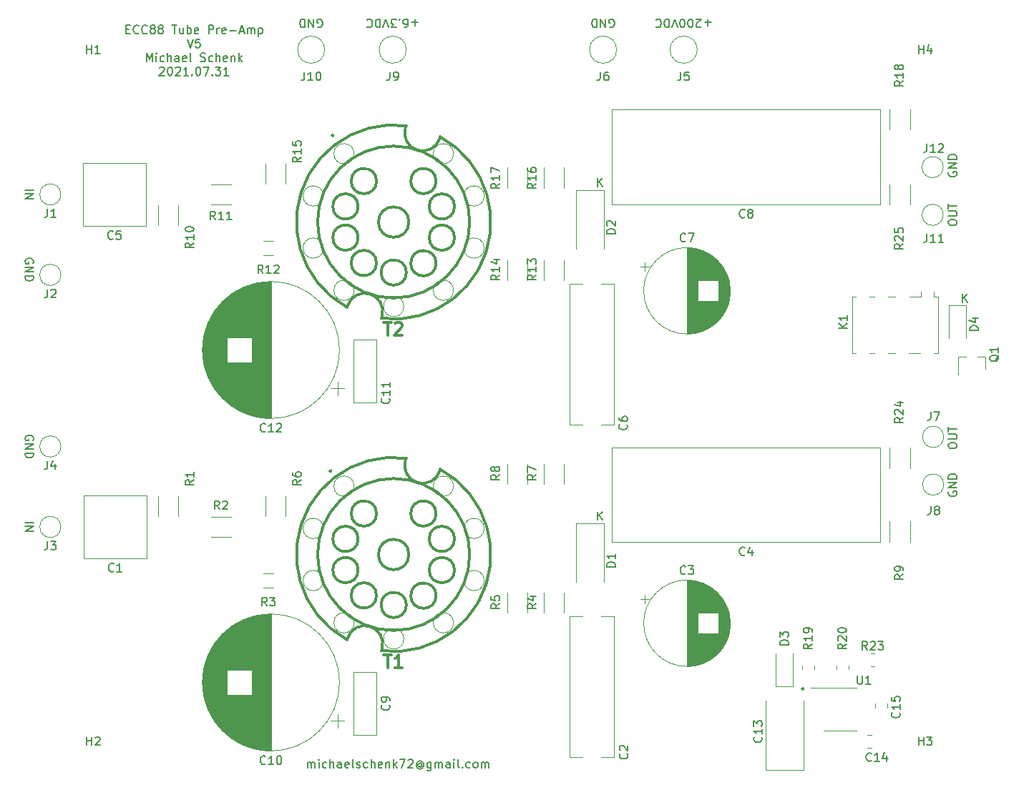
<source format=gbr>
G04 #@! TF.GenerationSoftware,KiCad,Pcbnew,(5.1.10-0-10_14)*
G04 #@! TF.CreationDate,2021-08-01T17:54:09+02:00*
G04 #@! TF.ProjectId,pre-amp-ecc88,7072652d-616d-4702-9d65-636338382e6b,rev?*
G04 #@! TF.SameCoordinates,Original*
G04 #@! TF.FileFunction,Legend,Top*
G04 #@! TF.FilePolarity,Positive*
%FSLAX46Y46*%
G04 Gerber Fmt 4.6, Leading zero omitted, Abs format (unit mm)*
G04 Created by KiCad (PCBNEW (5.1.10-0-10_14)) date 2021-08-01 17:54:09*
%MOMM*%
%LPD*%
G01*
G04 APERTURE LIST*
%ADD10C,0.150000*%
%ADD11C,0.120000*%
%ADD12C,0.378460*%
%ADD13C,0.100000*%
%ADD14C,0.304800*%
G04 APERTURE END LIST*
D10*
X77216000Y-86193380D02*
X77120761Y-86241000D01*
X77073142Y-86336238D01*
X77120761Y-86431476D01*
X77216000Y-86479095D01*
X77311238Y-86431476D01*
X77358857Y-86336238D01*
X77311238Y-86241000D01*
X77216000Y-86193380D01*
X76962000Y-125944380D02*
X76866761Y-125992000D01*
X76819142Y-126087238D01*
X76866761Y-126182476D01*
X76962000Y-126230095D01*
X77057238Y-126182476D01*
X77104857Y-126087238D01*
X77057238Y-125992000D01*
X76962000Y-125944380D01*
X132842000Y-151725380D02*
X132746761Y-151773000D01*
X132699142Y-151868238D01*
X132746761Y-151963476D01*
X132842000Y-152011095D01*
X132937238Y-151963476D01*
X132984857Y-151868238D01*
X132937238Y-151773000D01*
X132842000Y-151725380D01*
X151757095Y-106116380D02*
X151757095Y-105116380D01*
X152328523Y-106116380D02*
X151899952Y-105544952D01*
X152328523Y-105116380D02*
X151757095Y-105687809D01*
X108577095Y-131897380D02*
X108577095Y-130897380D01*
X109148523Y-131897380D02*
X108719952Y-131325952D01*
X109148523Y-130897380D02*
X108577095Y-131468809D01*
X108577095Y-92400380D02*
X108577095Y-91400380D01*
X109148523Y-92400380D02*
X108719952Y-91828952D01*
X109148523Y-91400380D02*
X108577095Y-91971809D01*
X75437904Y-73525000D02*
X75533142Y-73572619D01*
X75676000Y-73572619D01*
X75818857Y-73525000D01*
X75914095Y-73429761D01*
X75961714Y-73334523D01*
X76009333Y-73144047D01*
X76009333Y-73001190D01*
X75961714Y-72810714D01*
X75914095Y-72715476D01*
X75818857Y-72620238D01*
X75676000Y-72572619D01*
X75580761Y-72572619D01*
X75437904Y-72620238D01*
X75390285Y-72667857D01*
X75390285Y-73001190D01*
X75580761Y-73001190D01*
X74961714Y-72572619D02*
X74961714Y-73572619D01*
X74390285Y-72572619D01*
X74390285Y-73572619D01*
X73914095Y-72572619D02*
X73914095Y-73572619D01*
X73676000Y-73572619D01*
X73533142Y-73525000D01*
X73437904Y-73429761D01*
X73390285Y-73334523D01*
X73342666Y-73144047D01*
X73342666Y-73001190D01*
X73390285Y-72810714D01*
X73437904Y-72715476D01*
X73533142Y-72620238D01*
X73676000Y-72572619D01*
X73914095Y-72572619D01*
X109981904Y-73525000D02*
X110077142Y-73572619D01*
X110220000Y-73572619D01*
X110362857Y-73525000D01*
X110458095Y-73429761D01*
X110505714Y-73334523D01*
X110553333Y-73144047D01*
X110553333Y-73001190D01*
X110505714Y-72810714D01*
X110458095Y-72715476D01*
X110362857Y-72620238D01*
X110220000Y-72572619D01*
X110124761Y-72572619D01*
X109981904Y-72620238D01*
X109934285Y-72667857D01*
X109934285Y-73001190D01*
X110124761Y-73001190D01*
X109505714Y-72572619D02*
X109505714Y-73572619D01*
X108934285Y-72572619D01*
X108934285Y-73572619D01*
X108458095Y-72572619D02*
X108458095Y-73572619D01*
X108220000Y-73572619D01*
X108077142Y-73525000D01*
X107981904Y-73429761D01*
X107934285Y-73334523D01*
X107886666Y-73144047D01*
X107886666Y-73001190D01*
X107934285Y-72810714D01*
X107981904Y-72715476D01*
X108077142Y-72620238D01*
X108220000Y-72572619D01*
X108458095Y-72572619D01*
X87328000Y-72953571D02*
X86566095Y-72953571D01*
X86947047Y-72572619D02*
X86947047Y-73334523D01*
X85661333Y-73572619D02*
X85851809Y-73572619D01*
X85947047Y-73525000D01*
X85994666Y-73477380D01*
X86089904Y-73334523D01*
X86137523Y-73144047D01*
X86137523Y-72763095D01*
X86089904Y-72667857D01*
X86042285Y-72620238D01*
X85947047Y-72572619D01*
X85756571Y-72572619D01*
X85661333Y-72620238D01*
X85613714Y-72667857D01*
X85566095Y-72763095D01*
X85566095Y-73001190D01*
X85613714Y-73096428D01*
X85661333Y-73144047D01*
X85756571Y-73191666D01*
X85947047Y-73191666D01*
X86042285Y-73144047D01*
X86089904Y-73096428D01*
X86137523Y-73001190D01*
X85137523Y-72667857D02*
X85089904Y-72620238D01*
X85137523Y-72572619D01*
X85185142Y-72620238D01*
X85137523Y-72667857D01*
X85137523Y-72572619D01*
X84756571Y-73572619D02*
X84137523Y-73572619D01*
X84470857Y-73191666D01*
X84328000Y-73191666D01*
X84232761Y-73144047D01*
X84185142Y-73096428D01*
X84137523Y-73001190D01*
X84137523Y-72763095D01*
X84185142Y-72667857D01*
X84232761Y-72620238D01*
X84328000Y-72572619D01*
X84613714Y-72572619D01*
X84708952Y-72620238D01*
X84756571Y-72667857D01*
X83851809Y-73572619D02*
X83518476Y-72572619D01*
X83185142Y-73572619D01*
X82851809Y-72572619D02*
X82851809Y-73572619D01*
X82613714Y-73572619D01*
X82470857Y-73525000D01*
X82375619Y-73429761D01*
X82328000Y-73334523D01*
X82280380Y-73144047D01*
X82280380Y-73001190D01*
X82328000Y-72810714D01*
X82375619Y-72715476D01*
X82470857Y-72620238D01*
X82613714Y-72572619D01*
X82851809Y-72572619D01*
X81280380Y-72667857D02*
X81328000Y-72620238D01*
X81470857Y-72572619D01*
X81566095Y-72572619D01*
X81708952Y-72620238D01*
X81804190Y-72715476D01*
X81851809Y-72810714D01*
X81899428Y-73001190D01*
X81899428Y-73144047D01*
X81851809Y-73334523D01*
X81804190Y-73429761D01*
X81708952Y-73525000D01*
X81566095Y-73572619D01*
X81470857Y-73572619D01*
X81328000Y-73525000D01*
X81280380Y-73477380D01*
X121983095Y-72953571D02*
X121221190Y-72953571D01*
X121602142Y-72572619D02*
X121602142Y-73334523D01*
X120792619Y-73477380D02*
X120745000Y-73525000D01*
X120649761Y-73572619D01*
X120411666Y-73572619D01*
X120316428Y-73525000D01*
X120268809Y-73477380D01*
X120221190Y-73382142D01*
X120221190Y-73286904D01*
X120268809Y-73144047D01*
X120840238Y-72572619D01*
X120221190Y-72572619D01*
X119602142Y-73572619D02*
X119506904Y-73572619D01*
X119411666Y-73525000D01*
X119364047Y-73477380D01*
X119316428Y-73382142D01*
X119268809Y-73191666D01*
X119268809Y-72953571D01*
X119316428Y-72763095D01*
X119364047Y-72667857D01*
X119411666Y-72620238D01*
X119506904Y-72572619D01*
X119602142Y-72572619D01*
X119697380Y-72620238D01*
X119745000Y-72667857D01*
X119792619Y-72763095D01*
X119840238Y-72953571D01*
X119840238Y-73191666D01*
X119792619Y-73382142D01*
X119745000Y-73477380D01*
X119697380Y-73525000D01*
X119602142Y-73572619D01*
X118649761Y-73572619D02*
X118554523Y-73572619D01*
X118459285Y-73525000D01*
X118411666Y-73477380D01*
X118364047Y-73382142D01*
X118316428Y-73191666D01*
X118316428Y-72953571D01*
X118364047Y-72763095D01*
X118411666Y-72667857D01*
X118459285Y-72620238D01*
X118554523Y-72572619D01*
X118649761Y-72572619D01*
X118745000Y-72620238D01*
X118792619Y-72667857D01*
X118840238Y-72763095D01*
X118887857Y-72953571D01*
X118887857Y-73191666D01*
X118840238Y-73382142D01*
X118792619Y-73477380D01*
X118745000Y-73525000D01*
X118649761Y-73572619D01*
X118030714Y-73572619D02*
X117697380Y-72572619D01*
X117364047Y-73572619D01*
X117030714Y-72572619D02*
X117030714Y-73572619D01*
X116792619Y-73572619D01*
X116649761Y-73525000D01*
X116554523Y-73429761D01*
X116506904Y-73334523D01*
X116459285Y-73144047D01*
X116459285Y-73001190D01*
X116506904Y-72810714D01*
X116554523Y-72715476D01*
X116649761Y-72620238D01*
X116792619Y-72572619D01*
X117030714Y-72572619D01*
X115459285Y-72667857D02*
X115506904Y-72620238D01*
X115649761Y-72572619D01*
X115745000Y-72572619D01*
X115887857Y-72620238D01*
X115983095Y-72715476D01*
X116030714Y-72810714D01*
X116078333Y-73001190D01*
X116078333Y-73144047D01*
X116030714Y-73334523D01*
X115983095Y-73429761D01*
X115887857Y-73525000D01*
X115745000Y-73572619D01*
X115649761Y-73572619D01*
X115506904Y-73525000D01*
X115459285Y-73477380D01*
X150074380Y-96758000D02*
X150074380Y-96567523D01*
X150122000Y-96472285D01*
X150217238Y-96377047D01*
X150407714Y-96329428D01*
X150741047Y-96329428D01*
X150931523Y-96377047D01*
X151026761Y-96472285D01*
X151074380Y-96567523D01*
X151074380Y-96758000D01*
X151026761Y-96853238D01*
X150931523Y-96948476D01*
X150741047Y-96996095D01*
X150407714Y-96996095D01*
X150217238Y-96948476D01*
X150122000Y-96853238D01*
X150074380Y-96758000D01*
X150074380Y-95900857D02*
X150883904Y-95900857D01*
X150979142Y-95853238D01*
X151026761Y-95805619D01*
X151074380Y-95710380D01*
X151074380Y-95519904D01*
X151026761Y-95424666D01*
X150979142Y-95377047D01*
X150883904Y-95329428D01*
X150074380Y-95329428D01*
X150074380Y-94996095D02*
X150074380Y-94424666D01*
X151074380Y-94710380D02*
X150074380Y-94710380D01*
X150074380Y-123174000D02*
X150074380Y-122983523D01*
X150122000Y-122888285D01*
X150217238Y-122793047D01*
X150407714Y-122745428D01*
X150741047Y-122745428D01*
X150931523Y-122793047D01*
X151026761Y-122888285D01*
X151074380Y-122983523D01*
X151074380Y-123174000D01*
X151026761Y-123269238D01*
X150931523Y-123364476D01*
X150741047Y-123412095D01*
X150407714Y-123412095D01*
X150217238Y-123364476D01*
X150122000Y-123269238D01*
X150074380Y-123174000D01*
X150074380Y-122316857D02*
X150883904Y-122316857D01*
X150979142Y-122269238D01*
X151026761Y-122221619D01*
X151074380Y-122126380D01*
X151074380Y-121935904D01*
X151026761Y-121840666D01*
X150979142Y-121793047D01*
X150883904Y-121745428D01*
X150074380Y-121745428D01*
X150074380Y-121412095D02*
X150074380Y-120840666D01*
X151074380Y-121126380D02*
X150074380Y-121126380D01*
X150122000Y-128523904D02*
X150074380Y-128619142D01*
X150074380Y-128762000D01*
X150122000Y-128904857D01*
X150217238Y-129000095D01*
X150312476Y-129047714D01*
X150502952Y-129095333D01*
X150645809Y-129095333D01*
X150836285Y-129047714D01*
X150931523Y-129000095D01*
X151026761Y-128904857D01*
X151074380Y-128762000D01*
X151074380Y-128666761D01*
X151026761Y-128523904D01*
X150979142Y-128476285D01*
X150645809Y-128476285D01*
X150645809Y-128666761D01*
X151074380Y-128047714D02*
X150074380Y-128047714D01*
X151074380Y-127476285D01*
X150074380Y-127476285D01*
X151074380Y-127000095D02*
X150074380Y-127000095D01*
X150074380Y-126762000D01*
X150122000Y-126619142D01*
X150217238Y-126523904D01*
X150312476Y-126476285D01*
X150502952Y-126428666D01*
X150645809Y-126428666D01*
X150836285Y-126476285D01*
X150931523Y-126523904D01*
X151026761Y-126619142D01*
X151074380Y-126762000D01*
X151074380Y-127000095D01*
X150122000Y-90677904D02*
X150074380Y-90773142D01*
X150074380Y-90916000D01*
X150122000Y-91058857D01*
X150217238Y-91154095D01*
X150312476Y-91201714D01*
X150502952Y-91249333D01*
X150645809Y-91249333D01*
X150836285Y-91201714D01*
X150931523Y-91154095D01*
X151026761Y-91058857D01*
X151074380Y-90916000D01*
X151074380Y-90820761D01*
X151026761Y-90677904D01*
X150979142Y-90630285D01*
X150645809Y-90630285D01*
X150645809Y-90820761D01*
X151074380Y-90201714D02*
X150074380Y-90201714D01*
X151074380Y-89630285D01*
X150074380Y-89630285D01*
X151074380Y-89154095D02*
X150074380Y-89154095D01*
X150074380Y-88916000D01*
X150122000Y-88773142D01*
X150217238Y-88677904D01*
X150312476Y-88630285D01*
X150502952Y-88582666D01*
X150645809Y-88582666D01*
X150836285Y-88630285D01*
X150931523Y-88677904D01*
X151026761Y-88773142D01*
X151074380Y-88916000D01*
X151074380Y-89154095D01*
X41775000Y-101473095D02*
X41822619Y-101377857D01*
X41822619Y-101235000D01*
X41775000Y-101092142D01*
X41679761Y-100996904D01*
X41584523Y-100949285D01*
X41394047Y-100901666D01*
X41251190Y-100901666D01*
X41060714Y-100949285D01*
X40965476Y-100996904D01*
X40870238Y-101092142D01*
X40822619Y-101235000D01*
X40822619Y-101330238D01*
X40870238Y-101473095D01*
X40917857Y-101520714D01*
X41251190Y-101520714D01*
X41251190Y-101330238D01*
X40822619Y-101949285D02*
X41822619Y-101949285D01*
X40822619Y-102520714D01*
X41822619Y-102520714D01*
X40822619Y-102996904D02*
X41822619Y-102996904D01*
X41822619Y-103235000D01*
X41775000Y-103377857D01*
X41679761Y-103473095D01*
X41584523Y-103520714D01*
X41394047Y-103568333D01*
X41251190Y-103568333D01*
X41060714Y-103520714D01*
X40965476Y-103473095D01*
X40870238Y-103377857D01*
X40822619Y-103235000D01*
X40822619Y-102996904D01*
X41775000Y-122428095D02*
X41822619Y-122332857D01*
X41822619Y-122190000D01*
X41775000Y-122047142D01*
X41679761Y-121951904D01*
X41584523Y-121904285D01*
X41394047Y-121856666D01*
X41251190Y-121856666D01*
X41060714Y-121904285D01*
X40965476Y-121951904D01*
X40870238Y-122047142D01*
X40822619Y-122190000D01*
X40822619Y-122285238D01*
X40870238Y-122428095D01*
X40917857Y-122475714D01*
X41251190Y-122475714D01*
X41251190Y-122285238D01*
X40822619Y-122904285D02*
X41822619Y-122904285D01*
X40822619Y-123475714D01*
X41822619Y-123475714D01*
X40822619Y-123951904D02*
X41822619Y-123951904D01*
X41822619Y-124190000D01*
X41775000Y-124332857D01*
X41679761Y-124428095D01*
X41584523Y-124475714D01*
X41394047Y-124523333D01*
X41251190Y-124523333D01*
X41060714Y-124475714D01*
X40965476Y-124428095D01*
X40870238Y-124332857D01*
X40822619Y-124190000D01*
X40822619Y-123951904D01*
X40822619Y-132191190D02*
X41822619Y-132191190D01*
X40822619Y-132667380D02*
X41822619Y-132667380D01*
X40822619Y-133238809D01*
X41822619Y-133238809D01*
X40822619Y-92821190D02*
X41822619Y-92821190D01*
X40822619Y-93297380D02*
X41822619Y-93297380D01*
X40822619Y-93868809D01*
X41822619Y-93868809D01*
X52785380Y-73780571D02*
X53118714Y-73780571D01*
X53261571Y-74304380D02*
X52785380Y-74304380D01*
X52785380Y-73304380D01*
X53261571Y-73304380D01*
X54261571Y-74209142D02*
X54213952Y-74256761D01*
X54071095Y-74304380D01*
X53975857Y-74304380D01*
X53833000Y-74256761D01*
X53737761Y-74161523D01*
X53690142Y-74066285D01*
X53642523Y-73875809D01*
X53642523Y-73732952D01*
X53690142Y-73542476D01*
X53737761Y-73447238D01*
X53833000Y-73352000D01*
X53975857Y-73304380D01*
X54071095Y-73304380D01*
X54213952Y-73352000D01*
X54261571Y-73399619D01*
X55261571Y-74209142D02*
X55213952Y-74256761D01*
X55071095Y-74304380D01*
X54975857Y-74304380D01*
X54833000Y-74256761D01*
X54737761Y-74161523D01*
X54690142Y-74066285D01*
X54642523Y-73875809D01*
X54642523Y-73732952D01*
X54690142Y-73542476D01*
X54737761Y-73447238D01*
X54833000Y-73352000D01*
X54975857Y-73304380D01*
X55071095Y-73304380D01*
X55213952Y-73352000D01*
X55261571Y-73399619D01*
X55833000Y-73732952D02*
X55737761Y-73685333D01*
X55690142Y-73637714D01*
X55642523Y-73542476D01*
X55642523Y-73494857D01*
X55690142Y-73399619D01*
X55737761Y-73352000D01*
X55833000Y-73304380D01*
X56023476Y-73304380D01*
X56118714Y-73352000D01*
X56166333Y-73399619D01*
X56213952Y-73494857D01*
X56213952Y-73542476D01*
X56166333Y-73637714D01*
X56118714Y-73685333D01*
X56023476Y-73732952D01*
X55833000Y-73732952D01*
X55737761Y-73780571D01*
X55690142Y-73828190D01*
X55642523Y-73923428D01*
X55642523Y-74113904D01*
X55690142Y-74209142D01*
X55737761Y-74256761D01*
X55833000Y-74304380D01*
X56023476Y-74304380D01*
X56118714Y-74256761D01*
X56166333Y-74209142D01*
X56213952Y-74113904D01*
X56213952Y-73923428D01*
X56166333Y-73828190D01*
X56118714Y-73780571D01*
X56023476Y-73732952D01*
X56785380Y-73732952D02*
X56690142Y-73685333D01*
X56642523Y-73637714D01*
X56594904Y-73542476D01*
X56594904Y-73494857D01*
X56642523Y-73399619D01*
X56690142Y-73352000D01*
X56785380Y-73304380D01*
X56975857Y-73304380D01*
X57071095Y-73352000D01*
X57118714Y-73399619D01*
X57166333Y-73494857D01*
X57166333Y-73542476D01*
X57118714Y-73637714D01*
X57071095Y-73685333D01*
X56975857Y-73732952D01*
X56785380Y-73732952D01*
X56690142Y-73780571D01*
X56642523Y-73828190D01*
X56594904Y-73923428D01*
X56594904Y-74113904D01*
X56642523Y-74209142D01*
X56690142Y-74256761D01*
X56785380Y-74304380D01*
X56975857Y-74304380D01*
X57071095Y-74256761D01*
X57118714Y-74209142D01*
X57166333Y-74113904D01*
X57166333Y-73923428D01*
X57118714Y-73828190D01*
X57071095Y-73780571D01*
X56975857Y-73732952D01*
X58213952Y-73304380D02*
X58785380Y-73304380D01*
X58499666Y-74304380D02*
X58499666Y-73304380D01*
X59547285Y-73637714D02*
X59547285Y-74304380D01*
X59118714Y-73637714D02*
X59118714Y-74161523D01*
X59166333Y-74256761D01*
X59261571Y-74304380D01*
X59404428Y-74304380D01*
X59499666Y-74256761D01*
X59547285Y-74209142D01*
X60023476Y-74304380D02*
X60023476Y-73304380D01*
X60023476Y-73685333D02*
X60118714Y-73637714D01*
X60309190Y-73637714D01*
X60404428Y-73685333D01*
X60452047Y-73732952D01*
X60499666Y-73828190D01*
X60499666Y-74113904D01*
X60452047Y-74209142D01*
X60404428Y-74256761D01*
X60309190Y-74304380D01*
X60118714Y-74304380D01*
X60023476Y-74256761D01*
X61309190Y-74256761D02*
X61213952Y-74304380D01*
X61023476Y-74304380D01*
X60928238Y-74256761D01*
X60880619Y-74161523D01*
X60880619Y-73780571D01*
X60928238Y-73685333D01*
X61023476Y-73637714D01*
X61213952Y-73637714D01*
X61309190Y-73685333D01*
X61356809Y-73780571D01*
X61356809Y-73875809D01*
X60880619Y-73971047D01*
X62547285Y-74304380D02*
X62547285Y-73304380D01*
X62928238Y-73304380D01*
X63023476Y-73352000D01*
X63071095Y-73399619D01*
X63118714Y-73494857D01*
X63118714Y-73637714D01*
X63071095Y-73732952D01*
X63023476Y-73780571D01*
X62928238Y-73828190D01*
X62547285Y-73828190D01*
X63547285Y-74304380D02*
X63547285Y-73637714D01*
X63547285Y-73828190D02*
X63594904Y-73732952D01*
X63642523Y-73685333D01*
X63737761Y-73637714D01*
X63833000Y-73637714D01*
X64547285Y-74256761D02*
X64452047Y-74304380D01*
X64261571Y-74304380D01*
X64166333Y-74256761D01*
X64118714Y-74161523D01*
X64118714Y-73780571D01*
X64166333Y-73685333D01*
X64261571Y-73637714D01*
X64452047Y-73637714D01*
X64547285Y-73685333D01*
X64594904Y-73780571D01*
X64594904Y-73875809D01*
X64118714Y-73971047D01*
X65023476Y-73923428D02*
X65785380Y-73923428D01*
X66213952Y-74018666D02*
X66690142Y-74018666D01*
X66118714Y-74304380D02*
X66452047Y-73304380D01*
X66785380Y-74304380D01*
X67118714Y-74304380D02*
X67118714Y-73637714D01*
X67118714Y-73732952D02*
X67166333Y-73685333D01*
X67261571Y-73637714D01*
X67404428Y-73637714D01*
X67499666Y-73685333D01*
X67547285Y-73780571D01*
X67547285Y-74304380D01*
X67547285Y-73780571D02*
X67594904Y-73685333D01*
X67690142Y-73637714D01*
X67833000Y-73637714D01*
X67928238Y-73685333D01*
X67975857Y-73780571D01*
X67975857Y-74304380D01*
X68452047Y-73637714D02*
X68452047Y-74637714D01*
X68452047Y-73685333D02*
X68547285Y-73637714D01*
X68737761Y-73637714D01*
X68833000Y-73685333D01*
X68880619Y-73732952D01*
X68928238Y-73828190D01*
X68928238Y-74113904D01*
X68880619Y-74209142D01*
X68833000Y-74256761D01*
X68737761Y-74304380D01*
X68547285Y-74304380D01*
X68452047Y-74256761D01*
X60023476Y-74954380D02*
X60356809Y-75954380D01*
X60690142Y-74954380D01*
X61499666Y-74954380D02*
X61023476Y-74954380D01*
X60975857Y-75430571D01*
X61023476Y-75382952D01*
X61118714Y-75335333D01*
X61356809Y-75335333D01*
X61452047Y-75382952D01*
X61499666Y-75430571D01*
X61547285Y-75525809D01*
X61547285Y-75763904D01*
X61499666Y-75859142D01*
X61452047Y-75906761D01*
X61356809Y-75954380D01*
X61118714Y-75954380D01*
X61023476Y-75906761D01*
X60975857Y-75859142D01*
X55213952Y-77604380D02*
X55213952Y-76604380D01*
X55547285Y-77318666D01*
X55880619Y-76604380D01*
X55880619Y-77604380D01*
X56356809Y-77604380D02*
X56356809Y-76937714D01*
X56356809Y-76604380D02*
X56309190Y-76652000D01*
X56356809Y-76699619D01*
X56404428Y-76652000D01*
X56356809Y-76604380D01*
X56356809Y-76699619D01*
X57261571Y-77556761D02*
X57166333Y-77604380D01*
X56975857Y-77604380D01*
X56880619Y-77556761D01*
X56833000Y-77509142D01*
X56785380Y-77413904D01*
X56785380Y-77128190D01*
X56833000Y-77032952D01*
X56880619Y-76985333D01*
X56975857Y-76937714D01*
X57166333Y-76937714D01*
X57261571Y-76985333D01*
X57690142Y-77604380D02*
X57690142Y-76604380D01*
X58118714Y-77604380D02*
X58118714Y-77080571D01*
X58071095Y-76985333D01*
X57975857Y-76937714D01*
X57833000Y-76937714D01*
X57737761Y-76985333D01*
X57690142Y-77032952D01*
X59023476Y-77604380D02*
X59023476Y-77080571D01*
X58975857Y-76985333D01*
X58880619Y-76937714D01*
X58690142Y-76937714D01*
X58594904Y-76985333D01*
X59023476Y-77556761D02*
X58928238Y-77604380D01*
X58690142Y-77604380D01*
X58594904Y-77556761D01*
X58547285Y-77461523D01*
X58547285Y-77366285D01*
X58594904Y-77271047D01*
X58690142Y-77223428D01*
X58928238Y-77223428D01*
X59023476Y-77175809D01*
X59880619Y-77556761D02*
X59785380Y-77604380D01*
X59594904Y-77604380D01*
X59499666Y-77556761D01*
X59452047Y-77461523D01*
X59452047Y-77080571D01*
X59499666Y-76985333D01*
X59594904Y-76937714D01*
X59785380Y-76937714D01*
X59880619Y-76985333D01*
X59928238Y-77080571D01*
X59928238Y-77175809D01*
X59452047Y-77271047D01*
X60499666Y-77604380D02*
X60404428Y-77556761D01*
X60356809Y-77461523D01*
X60356809Y-76604380D01*
X61594904Y-77556761D02*
X61737761Y-77604380D01*
X61975857Y-77604380D01*
X62071095Y-77556761D01*
X62118714Y-77509142D01*
X62166333Y-77413904D01*
X62166333Y-77318666D01*
X62118714Y-77223428D01*
X62071095Y-77175809D01*
X61975857Y-77128190D01*
X61785380Y-77080571D01*
X61690142Y-77032952D01*
X61642523Y-76985333D01*
X61594904Y-76890095D01*
X61594904Y-76794857D01*
X61642523Y-76699619D01*
X61690142Y-76652000D01*
X61785380Y-76604380D01*
X62023476Y-76604380D01*
X62166333Y-76652000D01*
X63023476Y-77556761D02*
X62928238Y-77604380D01*
X62737761Y-77604380D01*
X62642523Y-77556761D01*
X62594904Y-77509142D01*
X62547285Y-77413904D01*
X62547285Y-77128190D01*
X62594904Y-77032952D01*
X62642523Y-76985333D01*
X62737761Y-76937714D01*
X62928238Y-76937714D01*
X63023476Y-76985333D01*
X63452047Y-77604380D02*
X63452047Y-76604380D01*
X63880619Y-77604380D02*
X63880619Y-77080571D01*
X63833000Y-76985333D01*
X63737761Y-76937714D01*
X63594904Y-76937714D01*
X63499666Y-76985333D01*
X63452047Y-77032952D01*
X64737761Y-77556761D02*
X64642523Y-77604380D01*
X64452047Y-77604380D01*
X64356809Y-77556761D01*
X64309190Y-77461523D01*
X64309190Y-77080571D01*
X64356809Y-76985333D01*
X64452047Y-76937714D01*
X64642523Y-76937714D01*
X64737761Y-76985333D01*
X64785380Y-77080571D01*
X64785380Y-77175809D01*
X64309190Y-77271047D01*
X65213952Y-76937714D02*
X65213952Y-77604380D01*
X65213952Y-77032952D02*
X65261571Y-76985333D01*
X65356809Y-76937714D01*
X65499666Y-76937714D01*
X65594904Y-76985333D01*
X65642523Y-77080571D01*
X65642523Y-77604380D01*
X66118714Y-77604380D02*
X66118714Y-76604380D01*
X66213952Y-77223428D02*
X66499666Y-77604380D01*
X66499666Y-76937714D02*
X66118714Y-77318666D01*
X56737761Y-78349619D02*
X56785380Y-78302000D01*
X56880619Y-78254380D01*
X57118714Y-78254380D01*
X57213952Y-78302000D01*
X57261571Y-78349619D01*
X57309190Y-78444857D01*
X57309190Y-78540095D01*
X57261571Y-78682952D01*
X56690142Y-79254380D01*
X57309190Y-79254380D01*
X57928238Y-78254380D02*
X58023476Y-78254380D01*
X58118714Y-78302000D01*
X58166333Y-78349619D01*
X58213952Y-78444857D01*
X58261571Y-78635333D01*
X58261571Y-78873428D01*
X58213952Y-79063904D01*
X58166333Y-79159142D01*
X58118714Y-79206761D01*
X58023476Y-79254380D01*
X57928238Y-79254380D01*
X57833000Y-79206761D01*
X57785380Y-79159142D01*
X57737761Y-79063904D01*
X57690142Y-78873428D01*
X57690142Y-78635333D01*
X57737761Y-78444857D01*
X57785380Y-78349619D01*
X57833000Y-78302000D01*
X57928238Y-78254380D01*
X58642523Y-78349619D02*
X58690142Y-78302000D01*
X58785380Y-78254380D01*
X59023476Y-78254380D01*
X59118714Y-78302000D01*
X59166333Y-78349619D01*
X59213952Y-78444857D01*
X59213952Y-78540095D01*
X59166333Y-78682952D01*
X58594904Y-79254380D01*
X59213952Y-79254380D01*
X60166333Y-79254380D02*
X59594904Y-79254380D01*
X59880619Y-79254380D02*
X59880619Y-78254380D01*
X59785380Y-78397238D01*
X59690142Y-78492476D01*
X59594904Y-78540095D01*
X60594904Y-79159142D02*
X60642523Y-79206761D01*
X60594904Y-79254380D01*
X60547285Y-79206761D01*
X60594904Y-79159142D01*
X60594904Y-79254380D01*
X61261571Y-78254380D02*
X61356809Y-78254380D01*
X61452047Y-78302000D01*
X61499666Y-78349619D01*
X61547285Y-78444857D01*
X61594904Y-78635333D01*
X61594904Y-78873428D01*
X61547285Y-79063904D01*
X61499666Y-79159142D01*
X61452047Y-79206761D01*
X61356809Y-79254380D01*
X61261571Y-79254380D01*
X61166333Y-79206761D01*
X61118714Y-79159142D01*
X61071095Y-79063904D01*
X61023476Y-78873428D01*
X61023476Y-78635333D01*
X61071095Y-78444857D01*
X61118714Y-78349619D01*
X61166333Y-78302000D01*
X61261571Y-78254380D01*
X61928238Y-78254380D02*
X62594904Y-78254380D01*
X62166333Y-79254380D01*
X62975857Y-79159142D02*
X63023476Y-79206761D01*
X62975857Y-79254380D01*
X62928238Y-79206761D01*
X62975857Y-79159142D01*
X62975857Y-79254380D01*
X63356809Y-78254380D02*
X63975857Y-78254380D01*
X63642523Y-78635333D01*
X63785380Y-78635333D01*
X63880619Y-78682952D01*
X63928238Y-78730571D01*
X63975857Y-78825809D01*
X63975857Y-79063904D01*
X63928238Y-79159142D01*
X63880619Y-79206761D01*
X63785380Y-79254380D01*
X63499666Y-79254380D01*
X63404428Y-79206761D01*
X63356809Y-79159142D01*
X64928238Y-79254380D02*
X64356809Y-79254380D01*
X64642523Y-79254380D02*
X64642523Y-78254380D01*
X64547285Y-78397238D01*
X64452047Y-78492476D01*
X64356809Y-78540095D01*
X74248714Y-161234380D02*
X74248714Y-160567714D01*
X74248714Y-160662952D02*
X74296333Y-160615333D01*
X74391571Y-160567714D01*
X74534428Y-160567714D01*
X74629666Y-160615333D01*
X74677285Y-160710571D01*
X74677285Y-161234380D01*
X74677285Y-160710571D02*
X74724904Y-160615333D01*
X74820142Y-160567714D01*
X74963000Y-160567714D01*
X75058238Y-160615333D01*
X75105857Y-160710571D01*
X75105857Y-161234380D01*
X75582047Y-161234380D02*
X75582047Y-160567714D01*
X75582047Y-160234380D02*
X75534428Y-160282000D01*
X75582047Y-160329619D01*
X75629666Y-160282000D01*
X75582047Y-160234380D01*
X75582047Y-160329619D01*
X76486809Y-161186761D02*
X76391571Y-161234380D01*
X76201095Y-161234380D01*
X76105857Y-161186761D01*
X76058238Y-161139142D01*
X76010619Y-161043904D01*
X76010619Y-160758190D01*
X76058238Y-160662952D01*
X76105857Y-160615333D01*
X76201095Y-160567714D01*
X76391571Y-160567714D01*
X76486809Y-160615333D01*
X76915380Y-161234380D02*
X76915380Y-160234380D01*
X77343952Y-161234380D02*
X77343952Y-160710571D01*
X77296333Y-160615333D01*
X77201095Y-160567714D01*
X77058238Y-160567714D01*
X76963000Y-160615333D01*
X76915380Y-160662952D01*
X78248714Y-161234380D02*
X78248714Y-160710571D01*
X78201095Y-160615333D01*
X78105857Y-160567714D01*
X77915380Y-160567714D01*
X77820142Y-160615333D01*
X78248714Y-161186761D02*
X78153476Y-161234380D01*
X77915380Y-161234380D01*
X77820142Y-161186761D01*
X77772523Y-161091523D01*
X77772523Y-160996285D01*
X77820142Y-160901047D01*
X77915380Y-160853428D01*
X78153476Y-160853428D01*
X78248714Y-160805809D01*
X79105857Y-161186761D02*
X79010619Y-161234380D01*
X78820142Y-161234380D01*
X78724904Y-161186761D01*
X78677285Y-161091523D01*
X78677285Y-160710571D01*
X78724904Y-160615333D01*
X78820142Y-160567714D01*
X79010619Y-160567714D01*
X79105857Y-160615333D01*
X79153476Y-160710571D01*
X79153476Y-160805809D01*
X78677285Y-160901047D01*
X79724904Y-161234380D02*
X79629666Y-161186761D01*
X79582047Y-161091523D01*
X79582047Y-160234380D01*
X80058238Y-161186761D02*
X80153476Y-161234380D01*
X80343952Y-161234380D01*
X80439190Y-161186761D01*
X80486809Y-161091523D01*
X80486809Y-161043904D01*
X80439190Y-160948666D01*
X80343952Y-160901047D01*
X80201095Y-160901047D01*
X80105857Y-160853428D01*
X80058238Y-160758190D01*
X80058238Y-160710571D01*
X80105857Y-160615333D01*
X80201095Y-160567714D01*
X80343952Y-160567714D01*
X80439190Y-160615333D01*
X81343952Y-161186761D02*
X81248714Y-161234380D01*
X81058238Y-161234380D01*
X80963000Y-161186761D01*
X80915380Y-161139142D01*
X80867761Y-161043904D01*
X80867761Y-160758190D01*
X80915380Y-160662952D01*
X80963000Y-160615333D01*
X81058238Y-160567714D01*
X81248714Y-160567714D01*
X81343952Y-160615333D01*
X81772523Y-161234380D02*
X81772523Y-160234380D01*
X82201095Y-161234380D02*
X82201095Y-160710571D01*
X82153476Y-160615333D01*
X82058238Y-160567714D01*
X81915380Y-160567714D01*
X81820142Y-160615333D01*
X81772523Y-160662952D01*
X83058238Y-161186761D02*
X82963000Y-161234380D01*
X82772523Y-161234380D01*
X82677285Y-161186761D01*
X82629666Y-161091523D01*
X82629666Y-160710571D01*
X82677285Y-160615333D01*
X82772523Y-160567714D01*
X82963000Y-160567714D01*
X83058238Y-160615333D01*
X83105857Y-160710571D01*
X83105857Y-160805809D01*
X82629666Y-160901047D01*
X83534428Y-160567714D02*
X83534428Y-161234380D01*
X83534428Y-160662952D02*
X83582047Y-160615333D01*
X83677285Y-160567714D01*
X83820142Y-160567714D01*
X83915380Y-160615333D01*
X83963000Y-160710571D01*
X83963000Y-161234380D01*
X84439190Y-161234380D02*
X84439190Y-160234380D01*
X84534428Y-160853428D02*
X84820142Y-161234380D01*
X84820142Y-160567714D02*
X84439190Y-160948666D01*
X85153476Y-160234380D02*
X85820142Y-160234380D01*
X85391571Y-161234380D01*
X86153476Y-160329619D02*
X86201095Y-160282000D01*
X86296333Y-160234380D01*
X86534428Y-160234380D01*
X86629666Y-160282000D01*
X86677285Y-160329619D01*
X86724904Y-160424857D01*
X86724904Y-160520095D01*
X86677285Y-160662952D01*
X86105857Y-161234380D01*
X86724904Y-161234380D01*
X87772523Y-160758190D02*
X87724904Y-160710571D01*
X87629666Y-160662952D01*
X87534428Y-160662952D01*
X87439190Y-160710571D01*
X87391571Y-160758190D01*
X87343952Y-160853428D01*
X87343952Y-160948666D01*
X87391571Y-161043904D01*
X87439190Y-161091523D01*
X87534428Y-161139142D01*
X87629666Y-161139142D01*
X87724904Y-161091523D01*
X87772523Y-161043904D01*
X87772523Y-160662952D02*
X87772523Y-161043904D01*
X87820142Y-161091523D01*
X87867761Y-161091523D01*
X87963000Y-161043904D01*
X88010619Y-160948666D01*
X88010619Y-160710571D01*
X87915380Y-160567714D01*
X87772523Y-160472476D01*
X87582047Y-160424857D01*
X87391571Y-160472476D01*
X87248714Y-160567714D01*
X87153476Y-160710571D01*
X87105857Y-160901047D01*
X87153476Y-161091523D01*
X87248714Y-161234380D01*
X87391571Y-161329619D01*
X87582047Y-161377238D01*
X87772523Y-161329619D01*
X87915380Y-161234380D01*
X88867761Y-160567714D02*
X88867761Y-161377238D01*
X88820142Y-161472476D01*
X88772523Y-161520095D01*
X88677285Y-161567714D01*
X88534428Y-161567714D01*
X88439190Y-161520095D01*
X88867761Y-161186761D02*
X88772523Y-161234380D01*
X88582047Y-161234380D01*
X88486809Y-161186761D01*
X88439190Y-161139142D01*
X88391571Y-161043904D01*
X88391571Y-160758190D01*
X88439190Y-160662952D01*
X88486809Y-160615333D01*
X88582047Y-160567714D01*
X88772523Y-160567714D01*
X88867761Y-160615333D01*
X89343952Y-161234380D02*
X89343952Y-160567714D01*
X89343952Y-160662952D02*
X89391571Y-160615333D01*
X89486809Y-160567714D01*
X89629666Y-160567714D01*
X89724904Y-160615333D01*
X89772523Y-160710571D01*
X89772523Y-161234380D01*
X89772523Y-160710571D02*
X89820142Y-160615333D01*
X89915380Y-160567714D01*
X90058238Y-160567714D01*
X90153476Y-160615333D01*
X90201095Y-160710571D01*
X90201095Y-161234380D01*
X91105857Y-161234380D02*
X91105857Y-160710571D01*
X91058238Y-160615333D01*
X90963000Y-160567714D01*
X90772523Y-160567714D01*
X90677285Y-160615333D01*
X91105857Y-161186761D02*
X91010619Y-161234380D01*
X90772523Y-161234380D01*
X90677285Y-161186761D01*
X90629666Y-161091523D01*
X90629666Y-160996285D01*
X90677285Y-160901047D01*
X90772523Y-160853428D01*
X91010619Y-160853428D01*
X91105857Y-160805809D01*
X91582047Y-161234380D02*
X91582047Y-160567714D01*
X91582047Y-160234380D02*
X91534428Y-160282000D01*
X91582047Y-160329619D01*
X91629666Y-160282000D01*
X91582047Y-160234380D01*
X91582047Y-160329619D01*
X92201095Y-161234380D02*
X92105857Y-161186761D01*
X92058238Y-161091523D01*
X92058238Y-160234380D01*
X92582047Y-161139142D02*
X92629666Y-161186761D01*
X92582047Y-161234380D01*
X92534428Y-161186761D01*
X92582047Y-161139142D01*
X92582047Y-161234380D01*
X93486809Y-161186761D02*
X93391571Y-161234380D01*
X93201095Y-161234380D01*
X93105857Y-161186761D01*
X93058238Y-161139142D01*
X93010619Y-161043904D01*
X93010619Y-160758190D01*
X93058238Y-160662952D01*
X93105857Y-160615333D01*
X93201095Y-160567714D01*
X93391571Y-160567714D01*
X93486809Y-160615333D01*
X94058238Y-161234380D02*
X93963000Y-161186761D01*
X93915380Y-161139142D01*
X93867761Y-161043904D01*
X93867761Y-160758190D01*
X93915380Y-160662952D01*
X93963000Y-160615333D01*
X94058238Y-160567714D01*
X94201095Y-160567714D01*
X94296333Y-160615333D01*
X94343952Y-160662952D01*
X94391571Y-160758190D01*
X94391571Y-161043904D01*
X94343952Y-161139142D01*
X94296333Y-161186761D01*
X94201095Y-161234380D01*
X94058238Y-161234380D01*
X94820142Y-161234380D02*
X94820142Y-160567714D01*
X94820142Y-160662952D02*
X94867761Y-160615333D01*
X94963000Y-160567714D01*
X95105857Y-160567714D01*
X95201095Y-160615333D01*
X95248714Y-160710571D01*
X95248714Y-161234380D01*
X95248714Y-160710571D02*
X95296333Y-160615333D01*
X95391571Y-160567714D01*
X95534428Y-160567714D01*
X95629666Y-160615333D01*
X95677285Y-160710571D01*
X95677285Y-161234380D01*
D11*
X124256800Y-104749600D02*
G75*
G03*
X124256800Y-104749600I-5120000J0D01*
G01*
X119136800Y-99669600D02*
X119136800Y-109829600D01*
X119176800Y-99669600D02*
X119176800Y-109829600D01*
X119216800Y-99669600D02*
X119216800Y-109829600D01*
X119256800Y-99670600D02*
X119256800Y-109828600D01*
X119296800Y-99671600D02*
X119296800Y-109827600D01*
X119336800Y-99672600D02*
X119336800Y-109826600D01*
X119376800Y-99674600D02*
X119376800Y-109824600D01*
X119416800Y-99676600D02*
X119416800Y-109822600D01*
X119456800Y-99679600D02*
X119456800Y-109819600D01*
X119496800Y-99681600D02*
X119496800Y-109817600D01*
X119536800Y-99684600D02*
X119536800Y-109814600D01*
X119576800Y-99687600D02*
X119576800Y-109811600D01*
X119616800Y-99691600D02*
X119616800Y-109807600D01*
X119656800Y-99695600D02*
X119656800Y-109803600D01*
X119696800Y-99699600D02*
X119696800Y-109799600D01*
X119736800Y-99704600D02*
X119736800Y-109794600D01*
X119776800Y-99709600D02*
X119776800Y-109789600D01*
X119816800Y-99714600D02*
X119816800Y-109784600D01*
X119857800Y-99719600D02*
X119857800Y-109779600D01*
X119897800Y-99725600D02*
X119897800Y-109773600D01*
X119937800Y-99731600D02*
X119937800Y-109767600D01*
X119977800Y-99738600D02*
X119977800Y-109760600D01*
X120017800Y-99745600D02*
X120017800Y-109753600D01*
X120057800Y-99752600D02*
X120057800Y-109746600D01*
X120097800Y-99759600D02*
X120097800Y-109739600D01*
X120137800Y-99767600D02*
X120137800Y-109731600D01*
X120177800Y-99775600D02*
X120177800Y-109723600D01*
X120217800Y-99784600D02*
X120217800Y-109714600D01*
X120257800Y-99793600D02*
X120257800Y-109705600D01*
X120297800Y-99802600D02*
X120297800Y-109696600D01*
X120337800Y-99811600D02*
X120337800Y-109687600D01*
X120377800Y-99821600D02*
X120377800Y-109677600D01*
X120417800Y-99831600D02*
X120417800Y-103508600D01*
X120417800Y-105990600D02*
X120417800Y-109667600D01*
X120457800Y-99842600D02*
X120457800Y-103508600D01*
X120457800Y-105990600D02*
X120457800Y-109656600D01*
X120497800Y-99852600D02*
X120497800Y-103508600D01*
X120497800Y-105990600D02*
X120497800Y-109646600D01*
X120537800Y-99864600D02*
X120537800Y-103508600D01*
X120537800Y-105990600D02*
X120537800Y-109634600D01*
X120577800Y-99875600D02*
X120577800Y-103508600D01*
X120577800Y-105990600D02*
X120577800Y-109623600D01*
X120617800Y-99887600D02*
X120617800Y-103508600D01*
X120617800Y-105990600D02*
X120617800Y-109611600D01*
X120657800Y-99899600D02*
X120657800Y-103508600D01*
X120657800Y-105990600D02*
X120657800Y-109599600D01*
X120697800Y-99912600D02*
X120697800Y-103508600D01*
X120697800Y-105990600D02*
X120697800Y-109586600D01*
X120737800Y-99925600D02*
X120737800Y-103508600D01*
X120737800Y-105990600D02*
X120737800Y-109573600D01*
X120777800Y-99938600D02*
X120777800Y-103508600D01*
X120777800Y-105990600D02*
X120777800Y-109560600D01*
X120817800Y-99952600D02*
X120817800Y-103508600D01*
X120817800Y-105990600D02*
X120817800Y-109546600D01*
X120857800Y-99966600D02*
X120857800Y-103508600D01*
X120857800Y-105990600D02*
X120857800Y-109532600D01*
X120897800Y-99981600D02*
X120897800Y-103508600D01*
X120897800Y-105990600D02*
X120897800Y-109517600D01*
X120937800Y-99995600D02*
X120937800Y-103508600D01*
X120937800Y-105990600D02*
X120937800Y-109503600D01*
X120977800Y-100011600D02*
X120977800Y-103508600D01*
X120977800Y-105990600D02*
X120977800Y-109487600D01*
X121017800Y-100026600D02*
X121017800Y-103508600D01*
X121017800Y-105990600D02*
X121017800Y-109472600D01*
X121057800Y-100042600D02*
X121057800Y-103508600D01*
X121057800Y-105990600D02*
X121057800Y-109456600D01*
X121097800Y-100059600D02*
X121097800Y-103508600D01*
X121097800Y-105990600D02*
X121097800Y-109439600D01*
X121137800Y-100075600D02*
X121137800Y-103508600D01*
X121137800Y-105990600D02*
X121137800Y-109423600D01*
X121177800Y-100092600D02*
X121177800Y-103508600D01*
X121177800Y-105990600D02*
X121177800Y-109406600D01*
X121217800Y-100110600D02*
X121217800Y-103508600D01*
X121217800Y-105990600D02*
X121217800Y-109388600D01*
X121257800Y-100128600D02*
X121257800Y-103508600D01*
X121257800Y-105990600D02*
X121257800Y-109370600D01*
X121297800Y-100146600D02*
X121297800Y-103508600D01*
X121297800Y-105990600D02*
X121297800Y-109352600D01*
X121337800Y-100165600D02*
X121337800Y-103508600D01*
X121337800Y-105990600D02*
X121337800Y-109333600D01*
X121377800Y-100185600D02*
X121377800Y-103508600D01*
X121377800Y-105990600D02*
X121377800Y-109313600D01*
X121417800Y-100204600D02*
X121417800Y-103508600D01*
X121417800Y-105990600D02*
X121417800Y-109294600D01*
X121457800Y-100224600D02*
X121457800Y-103508600D01*
X121457800Y-105990600D02*
X121457800Y-109274600D01*
X121497800Y-100245600D02*
X121497800Y-103508600D01*
X121497800Y-105990600D02*
X121497800Y-109253600D01*
X121537800Y-100266600D02*
X121537800Y-103508600D01*
X121537800Y-105990600D02*
X121537800Y-109232600D01*
X121577800Y-100287600D02*
X121577800Y-103508600D01*
X121577800Y-105990600D02*
X121577800Y-109211600D01*
X121617800Y-100309600D02*
X121617800Y-103508600D01*
X121617800Y-105990600D02*
X121617800Y-109189600D01*
X121657800Y-100332600D02*
X121657800Y-103508600D01*
X121657800Y-105990600D02*
X121657800Y-109166600D01*
X121697800Y-100354600D02*
X121697800Y-103508600D01*
X121697800Y-105990600D02*
X121697800Y-109144600D01*
X121737800Y-100378600D02*
X121737800Y-103508600D01*
X121737800Y-105990600D02*
X121737800Y-109120600D01*
X121777800Y-100402600D02*
X121777800Y-103508600D01*
X121777800Y-105990600D02*
X121777800Y-109096600D01*
X121817800Y-100426600D02*
X121817800Y-103508600D01*
X121817800Y-105990600D02*
X121817800Y-109072600D01*
X121857800Y-100451600D02*
X121857800Y-103508600D01*
X121857800Y-105990600D02*
X121857800Y-109047600D01*
X121897800Y-100476600D02*
X121897800Y-103508600D01*
X121897800Y-105990600D02*
X121897800Y-109022600D01*
X121937800Y-100502600D02*
X121937800Y-103508600D01*
X121937800Y-105990600D02*
X121937800Y-108996600D01*
X121977800Y-100528600D02*
X121977800Y-103508600D01*
X121977800Y-105990600D02*
X121977800Y-108970600D01*
X122017800Y-100555600D02*
X122017800Y-103508600D01*
X122017800Y-105990600D02*
X122017800Y-108943600D01*
X122057800Y-100583600D02*
X122057800Y-103508600D01*
X122057800Y-105990600D02*
X122057800Y-108915600D01*
X122097800Y-100611600D02*
X122097800Y-103508600D01*
X122097800Y-105990600D02*
X122097800Y-108887600D01*
X122137800Y-100639600D02*
X122137800Y-103508600D01*
X122137800Y-105990600D02*
X122137800Y-108859600D01*
X122177800Y-100669600D02*
X122177800Y-103508600D01*
X122177800Y-105990600D02*
X122177800Y-108829600D01*
X122217800Y-100699600D02*
X122217800Y-103508600D01*
X122217800Y-105990600D02*
X122217800Y-108799600D01*
X122257800Y-100729600D02*
X122257800Y-103508600D01*
X122257800Y-105990600D02*
X122257800Y-108769600D01*
X122297800Y-100760600D02*
X122297800Y-103508600D01*
X122297800Y-105990600D02*
X122297800Y-108738600D01*
X122337800Y-100792600D02*
X122337800Y-103508600D01*
X122337800Y-105990600D02*
X122337800Y-108706600D01*
X122377800Y-100824600D02*
X122377800Y-103508600D01*
X122377800Y-105990600D02*
X122377800Y-108674600D01*
X122417800Y-100857600D02*
X122417800Y-103508600D01*
X122417800Y-105990600D02*
X122417800Y-108641600D01*
X122457800Y-100891600D02*
X122457800Y-103508600D01*
X122457800Y-105990600D02*
X122457800Y-108607600D01*
X122497800Y-100925600D02*
X122497800Y-103508600D01*
X122497800Y-105990600D02*
X122497800Y-108573600D01*
X122537800Y-100960600D02*
X122537800Y-103508600D01*
X122537800Y-105990600D02*
X122537800Y-108538600D01*
X122577800Y-100996600D02*
X122577800Y-103508600D01*
X122577800Y-105990600D02*
X122577800Y-108502600D01*
X122617800Y-101033600D02*
X122617800Y-103508600D01*
X122617800Y-105990600D02*
X122617800Y-108465600D01*
X122657800Y-101070600D02*
X122657800Y-103508600D01*
X122657800Y-105990600D02*
X122657800Y-108428600D01*
X122697800Y-101109600D02*
X122697800Y-103508600D01*
X122697800Y-105990600D02*
X122697800Y-108389600D01*
X122737800Y-101148600D02*
X122737800Y-103508600D01*
X122737800Y-105990600D02*
X122737800Y-108350600D01*
X122777800Y-101188600D02*
X122777800Y-103508600D01*
X122777800Y-105990600D02*
X122777800Y-108310600D01*
X122817800Y-101229600D02*
X122817800Y-103508600D01*
X122817800Y-105990600D02*
X122817800Y-108269600D01*
X122857800Y-101271600D02*
X122857800Y-103508600D01*
X122857800Y-105990600D02*
X122857800Y-108227600D01*
X122897800Y-101313600D02*
X122897800Y-108185600D01*
X122937800Y-101357600D02*
X122937800Y-108141600D01*
X122977800Y-101402600D02*
X122977800Y-108096600D01*
X123017800Y-101448600D02*
X123017800Y-108050600D01*
X123057800Y-101495600D02*
X123057800Y-108003600D01*
X123097800Y-101543600D02*
X123097800Y-107955600D01*
X123137800Y-101593600D02*
X123137800Y-107905600D01*
X123177800Y-101643600D02*
X123177800Y-107855600D01*
X123217800Y-101695600D02*
X123217800Y-107803600D01*
X123257800Y-101749600D02*
X123257800Y-107749600D01*
X123297800Y-101804600D02*
X123297800Y-107694600D01*
X123337800Y-101860600D02*
X123337800Y-107638600D01*
X123377800Y-101919600D02*
X123377800Y-107579600D01*
X123417800Y-101979600D02*
X123417800Y-107519600D01*
X123457800Y-102040600D02*
X123457800Y-107458600D01*
X123497800Y-102104600D02*
X123497800Y-107394600D01*
X123537800Y-102170600D02*
X123537800Y-107328600D01*
X123577800Y-102239600D02*
X123577800Y-107259600D01*
X123617800Y-102310600D02*
X123617800Y-107188600D01*
X123657800Y-102384600D02*
X123657800Y-107114600D01*
X123697800Y-102460600D02*
X123697800Y-107038600D01*
X123737800Y-102540600D02*
X123737800Y-106958600D01*
X123777800Y-102624600D02*
X123777800Y-106874600D01*
X123817800Y-102712600D02*
X123817800Y-106786600D01*
X123857800Y-102805600D02*
X123857800Y-106693600D01*
X123897800Y-102903600D02*
X123897800Y-106595600D01*
X123937800Y-103007600D02*
X123937800Y-106491600D01*
X123977800Y-103119600D02*
X123977800Y-106379600D01*
X124017800Y-103239600D02*
X124017800Y-106259600D01*
X124057800Y-103371600D02*
X124057800Y-106127600D01*
X124097800Y-103519600D02*
X124097800Y-105979600D01*
X124137800Y-103687600D02*
X124137800Y-105811600D01*
X124177800Y-103887600D02*
X124177800Y-105611600D01*
X124217800Y-104150600D02*
X124217800Y-105348600D01*
X113657154Y-101874600D02*
X114657154Y-101874600D01*
X114157154Y-101374600D02*
X114157154Y-102374600D01*
X124256800Y-144119600D02*
G75*
G03*
X124256800Y-144119600I-5120000J0D01*
G01*
X119136800Y-139039600D02*
X119136800Y-149199600D01*
X119176800Y-139039600D02*
X119176800Y-149199600D01*
X119216800Y-139039600D02*
X119216800Y-149199600D01*
X119256800Y-139040600D02*
X119256800Y-149198600D01*
X119296800Y-139041600D02*
X119296800Y-149197600D01*
X119336800Y-139042600D02*
X119336800Y-149196600D01*
X119376800Y-139044600D02*
X119376800Y-149194600D01*
X119416800Y-139046600D02*
X119416800Y-149192600D01*
X119456800Y-139049600D02*
X119456800Y-149189600D01*
X119496800Y-139051600D02*
X119496800Y-149187600D01*
X119536800Y-139054600D02*
X119536800Y-149184600D01*
X119576800Y-139057600D02*
X119576800Y-149181600D01*
X119616800Y-139061600D02*
X119616800Y-149177600D01*
X119656800Y-139065600D02*
X119656800Y-149173600D01*
X119696800Y-139069600D02*
X119696800Y-149169600D01*
X119736800Y-139074600D02*
X119736800Y-149164600D01*
X119776800Y-139079600D02*
X119776800Y-149159600D01*
X119816800Y-139084600D02*
X119816800Y-149154600D01*
X119857800Y-139089600D02*
X119857800Y-149149600D01*
X119897800Y-139095600D02*
X119897800Y-149143600D01*
X119937800Y-139101600D02*
X119937800Y-149137600D01*
X119977800Y-139108600D02*
X119977800Y-149130600D01*
X120017800Y-139115600D02*
X120017800Y-149123600D01*
X120057800Y-139122600D02*
X120057800Y-149116600D01*
X120097800Y-139129600D02*
X120097800Y-149109600D01*
X120137800Y-139137600D02*
X120137800Y-149101600D01*
X120177800Y-139145600D02*
X120177800Y-149093600D01*
X120217800Y-139154600D02*
X120217800Y-149084600D01*
X120257800Y-139163600D02*
X120257800Y-149075600D01*
X120297800Y-139172600D02*
X120297800Y-149066600D01*
X120337800Y-139181600D02*
X120337800Y-149057600D01*
X120377800Y-139191600D02*
X120377800Y-149047600D01*
X120417800Y-139201600D02*
X120417800Y-142878600D01*
X120417800Y-145360600D02*
X120417800Y-149037600D01*
X120457800Y-139212600D02*
X120457800Y-142878600D01*
X120457800Y-145360600D02*
X120457800Y-149026600D01*
X120497800Y-139222600D02*
X120497800Y-142878600D01*
X120497800Y-145360600D02*
X120497800Y-149016600D01*
X120537800Y-139234600D02*
X120537800Y-142878600D01*
X120537800Y-145360600D02*
X120537800Y-149004600D01*
X120577800Y-139245600D02*
X120577800Y-142878600D01*
X120577800Y-145360600D02*
X120577800Y-148993600D01*
X120617800Y-139257600D02*
X120617800Y-142878600D01*
X120617800Y-145360600D02*
X120617800Y-148981600D01*
X120657800Y-139269600D02*
X120657800Y-142878600D01*
X120657800Y-145360600D02*
X120657800Y-148969600D01*
X120697800Y-139282600D02*
X120697800Y-142878600D01*
X120697800Y-145360600D02*
X120697800Y-148956600D01*
X120737800Y-139295600D02*
X120737800Y-142878600D01*
X120737800Y-145360600D02*
X120737800Y-148943600D01*
X120777800Y-139308600D02*
X120777800Y-142878600D01*
X120777800Y-145360600D02*
X120777800Y-148930600D01*
X120817800Y-139322600D02*
X120817800Y-142878600D01*
X120817800Y-145360600D02*
X120817800Y-148916600D01*
X120857800Y-139336600D02*
X120857800Y-142878600D01*
X120857800Y-145360600D02*
X120857800Y-148902600D01*
X120897800Y-139351600D02*
X120897800Y-142878600D01*
X120897800Y-145360600D02*
X120897800Y-148887600D01*
X120937800Y-139365600D02*
X120937800Y-142878600D01*
X120937800Y-145360600D02*
X120937800Y-148873600D01*
X120977800Y-139381600D02*
X120977800Y-142878600D01*
X120977800Y-145360600D02*
X120977800Y-148857600D01*
X121017800Y-139396600D02*
X121017800Y-142878600D01*
X121017800Y-145360600D02*
X121017800Y-148842600D01*
X121057800Y-139412600D02*
X121057800Y-142878600D01*
X121057800Y-145360600D02*
X121057800Y-148826600D01*
X121097800Y-139429600D02*
X121097800Y-142878600D01*
X121097800Y-145360600D02*
X121097800Y-148809600D01*
X121137800Y-139445600D02*
X121137800Y-142878600D01*
X121137800Y-145360600D02*
X121137800Y-148793600D01*
X121177800Y-139462600D02*
X121177800Y-142878600D01*
X121177800Y-145360600D02*
X121177800Y-148776600D01*
X121217800Y-139480600D02*
X121217800Y-142878600D01*
X121217800Y-145360600D02*
X121217800Y-148758600D01*
X121257800Y-139498600D02*
X121257800Y-142878600D01*
X121257800Y-145360600D02*
X121257800Y-148740600D01*
X121297800Y-139516600D02*
X121297800Y-142878600D01*
X121297800Y-145360600D02*
X121297800Y-148722600D01*
X121337800Y-139535600D02*
X121337800Y-142878600D01*
X121337800Y-145360600D02*
X121337800Y-148703600D01*
X121377800Y-139555600D02*
X121377800Y-142878600D01*
X121377800Y-145360600D02*
X121377800Y-148683600D01*
X121417800Y-139574600D02*
X121417800Y-142878600D01*
X121417800Y-145360600D02*
X121417800Y-148664600D01*
X121457800Y-139594600D02*
X121457800Y-142878600D01*
X121457800Y-145360600D02*
X121457800Y-148644600D01*
X121497800Y-139615600D02*
X121497800Y-142878600D01*
X121497800Y-145360600D02*
X121497800Y-148623600D01*
X121537800Y-139636600D02*
X121537800Y-142878600D01*
X121537800Y-145360600D02*
X121537800Y-148602600D01*
X121577800Y-139657600D02*
X121577800Y-142878600D01*
X121577800Y-145360600D02*
X121577800Y-148581600D01*
X121617800Y-139679600D02*
X121617800Y-142878600D01*
X121617800Y-145360600D02*
X121617800Y-148559600D01*
X121657800Y-139702600D02*
X121657800Y-142878600D01*
X121657800Y-145360600D02*
X121657800Y-148536600D01*
X121697800Y-139724600D02*
X121697800Y-142878600D01*
X121697800Y-145360600D02*
X121697800Y-148514600D01*
X121737800Y-139748600D02*
X121737800Y-142878600D01*
X121737800Y-145360600D02*
X121737800Y-148490600D01*
X121777800Y-139772600D02*
X121777800Y-142878600D01*
X121777800Y-145360600D02*
X121777800Y-148466600D01*
X121817800Y-139796600D02*
X121817800Y-142878600D01*
X121817800Y-145360600D02*
X121817800Y-148442600D01*
X121857800Y-139821600D02*
X121857800Y-142878600D01*
X121857800Y-145360600D02*
X121857800Y-148417600D01*
X121897800Y-139846600D02*
X121897800Y-142878600D01*
X121897800Y-145360600D02*
X121897800Y-148392600D01*
X121937800Y-139872600D02*
X121937800Y-142878600D01*
X121937800Y-145360600D02*
X121937800Y-148366600D01*
X121977800Y-139898600D02*
X121977800Y-142878600D01*
X121977800Y-145360600D02*
X121977800Y-148340600D01*
X122017800Y-139925600D02*
X122017800Y-142878600D01*
X122017800Y-145360600D02*
X122017800Y-148313600D01*
X122057800Y-139953600D02*
X122057800Y-142878600D01*
X122057800Y-145360600D02*
X122057800Y-148285600D01*
X122097800Y-139981600D02*
X122097800Y-142878600D01*
X122097800Y-145360600D02*
X122097800Y-148257600D01*
X122137800Y-140009600D02*
X122137800Y-142878600D01*
X122137800Y-145360600D02*
X122137800Y-148229600D01*
X122177800Y-140039600D02*
X122177800Y-142878600D01*
X122177800Y-145360600D02*
X122177800Y-148199600D01*
X122217800Y-140069600D02*
X122217800Y-142878600D01*
X122217800Y-145360600D02*
X122217800Y-148169600D01*
X122257800Y-140099600D02*
X122257800Y-142878600D01*
X122257800Y-145360600D02*
X122257800Y-148139600D01*
X122297800Y-140130600D02*
X122297800Y-142878600D01*
X122297800Y-145360600D02*
X122297800Y-148108600D01*
X122337800Y-140162600D02*
X122337800Y-142878600D01*
X122337800Y-145360600D02*
X122337800Y-148076600D01*
X122377800Y-140194600D02*
X122377800Y-142878600D01*
X122377800Y-145360600D02*
X122377800Y-148044600D01*
X122417800Y-140227600D02*
X122417800Y-142878600D01*
X122417800Y-145360600D02*
X122417800Y-148011600D01*
X122457800Y-140261600D02*
X122457800Y-142878600D01*
X122457800Y-145360600D02*
X122457800Y-147977600D01*
X122497800Y-140295600D02*
X122497800Y-142878600D01*
X122497800Y-145360600D02*
X122497800Y-147943600D01*
X122537800Y-140330600D02*
X122537800Y-142878600D01*
X122537800Y-145360600D02*
X122537800Y-147908600D01*
X122577800Y-140366600D02*
X122577800Y-142878600D01*
X122577800Y-145360600D02*
X122577800Y-147872600D01*
X122617800Y-140403600D02*
X122617800Y-142878600D01*
X122617800Y-145360600D02*
X122617800Y-147835600D01*
X122657800Y-140440600D02*
X122657800Y-142878600D01*
X122657800Y-145360600D02*
X122657800Y-147798600D01*
X122697800Y-140479600D02*
X122697800Y-142878600D01*
X122697800Y-145360600D02*
X122697800Y-147759600D01*
X122737800Y-140518600D02*
X122737800Y-142878600D01*
X122737800Y-145360600D02*
X122737800Y-147720600D01*
X122777800Y-140558600D02*
X122777800Y-142878600D01*
X122777800Y-145360600D02*
X122777800Y-147680600D01*
X122817800Y-140599600D02*
X122817800Y-142878600D01*
X122817800Y-145360600D02*
X122817800Y-147639600D01*
X122857800Y-140641600D02*
X122857800Y-142878600D01*
X122857800Y-145360600D02*
X122857800Y-147597600D01*
X122897800Y-140683600D02*
X122897800Y-147555600D01*
X122937800Y-140727600D02*
X122937800Y-147511600D01*
X122977800Y-140772600D02*
X122977800Y-147466600D01*
X123017800Y-140818600D02*
X123017800Y-147420600D01*
X123057800Y-140865600D02*
X123057800Y-147373600D01*
X123097800Y-140913600D02*
X123097800Y-147325600D01*
X123137800Y-140963600D02*
X123137800Y-147275600D01*
X123177800Y-141013600D02*
X123177800Y-147225600D01*
X123217800Y-141065600D02*
X123217800Y-147173600D01*
X123257800Y-141119600D02*
X123257800Y-147119600D01*
X123297800Y-141174600D02*
X123297800Y-147064600D01*
X123337800Y-141230600D02*
X123337800Y-147008600D01*
X123377800Y-141289600D02*
X123377800Y-146949600D01*
X123417800Y-141349600D02*
X123417800Y-146889600D01*
X123457800Y-141410600D02*
X123457800Y-146828600D01*
X123497800Y-141474600D02*
X123497800Y-146764600D01*
X123537800Y-141540600D02*
X123537800Y-146698600D01*
X123577800Y-141609600D02*
X123577800Y-146629600D01*
X123617800Y-141680600D02*
X123617800Y-146558600D01*
X123657800Y-141754600D02*
X123657800Y-146484600D01*
X123697800Y-141830600D02*
X123697800Y-146408600D01*
X123737800Y-141910600D02*
X123737800Y-146328600D01*
X123777800Y-141994600D02*
X123777800Y-146244600D01*
X123817800Y-142082600D02*
X123817800Y-146156600D01*
X123857800Y-142175600D02*
X123857800Y-146063600D01*
X123897800Y-142273600D02*
X123897800Y-145965600D01*
X123937800Y-142377600D02*
X123937800Y-145861600D01*
X123977800Y-142489600D02*
X123977800Y-145749600D01*
X124017800Y-142609600D02*
X124017800Y-145629600D01*
X124057800Y-142741600D02*
X124057800Y-145497600D01*
X124097800Y-142889600D02*
X124097800Y-145349600D01*
X124137800Y-143057600D02*
X124137800Y-145181600D01*
X124177800Y-143257600D02*
X124177800Y-144981600D01*
X124217800Y-143520600D02*
X124217800Y-144718600D01*
X113657154Y-141244600D02*
X114657154Y-141244600D01*
X114157154Y-140744600D02*
X114157154Y-141744600D01*
X143135500Y-125750000D02*
X143135500Y-123350000D01*
X145535500Y-125750000D02*
X145535500Y-123350000D01*
X145535500Y-92118500D02*
X145535500Y-94518500D01*
X143135500Y-92118500D02*
X143135500Y-94518500D01*
X146854000Y-105468000D02*
X146854000Y-104868000D01*
X148354000Y-105468000D02*
X148354000Y-104868000D01*
X148854000Y-105468000D02*
X148354000Y-105468000D01*
X145454000Y-105468000D02*
X146854000Y-105468000D01*
X142964000Y-105428000D02*
X143764000Y-105428000D01*
X140764000Y-105428000D02*
X141364000Y-105428000D01*
X138664000Y-105428000D02*
X139164000Y-105428000D01*
X138664000Y-112128000D02*
X138664000Y-105428000D01*
X139164000Y-112128000D02*
X138664000Y-112128000D01*
X141364000Y-112128000D02*
X140764000Y-112128000D01*
X143764000Y-112128000D02*
X142964000Y-112128000D01*
X146764000Y-112128000D02*
X145364000Y-112128000D01*
X148864000Y-112128000D02*
X148364000Y-112128000D01*
X148854000Y-105468000D02*
X148864000Y-112128000D01*
X137222000Y-156865000D02*
X139172000Y-156865000D01*
X137222000Y-156865000D02*
X135272000Y-156865000D01*
X137222000Y-151745000D02*
X139172000Y-151745000D01*
X137222000Y-151745000D02*
X133772000Y-151745000D01*
X140885936Y-147728000D02*
X141340064Y-147728000D01*
X140885936Y-149198000D02*
X141340064Y-149198000D01*
X138276000Y-149140936D02*
X138276000Y-149595064D01*
X136806000Y-149140936D02*
X136806000Y-149595064D01*
X132742000Y-149595064D02*
X132742000Y-149140936D01*
X134212000Y-149595064D02*
X134212000Y-149140936D01*
X154427000Y-112540000D02*
X153497000Y-112540000D01*
X151267000Y-112540000D02*
X152197000Y-112540000D01*
X151267000Y-112540000D02*
X151267000Y-114700000D01*
X154427000Y-112540000D02*
X154427000Y-114000000D01*
X152130000Y-106462000D02*
X150130000Y-106462000D01*
X150130000Y-106462000D02*
X150130000Y-110362000D01*
X152130000Y-106462000D02*
X152130000Y-110362000D01*
X129683000Y-151602000D02*
X131683000Y-151602000D01*
X131683000Y-151602000D02*
X131683000Y-147702000D01*
X129683000Y-151602000D02*
X129683000Y-147702000D01*
X141378000Y-154163752D02*
X141378000Y-153641248D01*
X142848000Y-154163752D02*
X142848000Y-153641248D01*
X140476248Y-157380000D02*
X140998752Y-157380000D01*
X140476248Y-158850000D02*
X140998752Y-158850000D01*
X128423000Y-153297000D02*
X128423000Y-161532000D01*
X128423000Y-161532000D02*
X132943000Y-161532000D01*
X132943000Y-161532000D02*
X132943000Y-153297000D01*
D12*
X91638120Y-98460560D02*
G75*
G03*
X91638120Y-98460560I-1498600J0D01*
G01*
X89461340Y-101483160D02*
G75*
G03*
X89461340Y-101483160I-1498600J0D01*
G01*
X85940900Y-102582980D02*
G75*
G03*
X85940900Y-102582980I-1498600J0D01*
G01*
X82410300Y-101457760D02*
G75*
G03*
X82410300Y-101457760I-1498600J0D01*
G01*
X80238600Y-98458020D02*
G75*
G03*
X80238600Y-98458020I-1498600J0D01*
G01*
X80236060Y-94759780D02*
G75*
G03*
X80236060Y-94759780I-1498600J0D01*
G01*
X82412840Y-91757500D02*
G75*
G03*
X82412840Y-91757500I-1498600J0D01*
G01*
X89461340Y-91757500D02*
G75*
G03*
X89461340Y-91757500I-1498600J0D01*
G01*
X91638120Y-94759780D02*
G75*
G03*
X91638120Y-94759780I-1498600J0D01*
G01*
X89938860Y-86509860D02*
X89865200Y-86809580D01*
X85940900Y-85209380D02*
X85839300Y-85410040D01*
X78915260Y-106685080D02*
X78988920Y-106509820D01*
X82964020Y-108008420D02*
X83040220Y-107807760D01*
X86240620Y-96608900D02*
G75*
G03*
X86240620Y-96608900I-1800860J0D01*
G01*
X93436440Y-96608900D02*
G75*
G03*
X93436440Y-96608900I-8996680J0D01*
G01*
X83042760Y-107784900D02*
G75*
G03*
X81640680Y-105133140I-2026920J624840D01*
G01*
X81666080Y-105133140D02*
G75*
G03*
X78988920Y-106509820I-650240J-2026920D01*
G01*
X85836760Y-85410040D02*
G75*
G03*
X87215980Y-88084660I2026920J-647700D01*
G01*
X87188040Y-88084660D02*
G75*
G03*
X89890600Y-86733380I675640J2026920D01*
G01*
X94538800Y-102108000D02*
G75*
G03*
X89938860Y-86509860I-10099040J5499100D01*
G01*
X82964020Y-108008420D02*
G75*
G03*
X95839280Y-98084640I1475740J11399520D01*
G01*
X74363580Y-91059000D02*
G75*
G03*
X78889860Y-106685080I10076180J-5549900D01*
G01*
X85940900Y-85209380D02*
G75*
G03*
X73040240Y-95107760I-1501140J-11399520D01*
G01*
X91638120Y-137830560D02*
G75*
G03*
X91638120Y-137830560I-1498600J0D01*
G01*
X89461340Y-140853160D02*
G75*
G03*
X89461340Y-140853160I-1498600J0D01*
G01*
X85940900Y-141952980D02*
G75*
G03*
X85940900Y-141952980I-1498600J0D01*
G01*
X82410300Y-140827760D02*
G75*
G03*
X82410300Y-140827760I-1498600J0D01*
G01*
X80238600Y-137828020D02*
G75*
G03*
X80238600Y-137828020I-1498600J0D01*
G01*
X80236060Y-134129780D02*
G75*
G03*
X80236060Y-134129780I-1498600J0D01*
G01*
X82412840Y-131127500D02*
G75*
G03*
X82412840Y-131127500I-1498600J0D01*
G01*
X89461340Y-131127500D02*
G75*
G03*
X89461340Y-131127500I-1498600J0D01*
G01*
X91638120Y-134129780D02*
G75*
G03*
X91638120Y-134129780I-1498600J0D01*
G01*
X89938860Y-125879860D02*
X89865200Y-126179580D01*
X85940900Y-124579380D02*
X85839300Y-124780040D01*
X78915260Y-146055080D02*
X78988920Y-145879820D01*
X82964020Y-147378420D02*
X83040220Y-147177760D01*
X86240620Y-135978900D02*
G75*
G03*
X86240620Y-135978900I-1800860J0D01*
G01*
X93436440Y-135978900D02*
G75*
G03*
X93436440Y-135978900I-8996680J0D01*
G01*
X83042760Y-147154900D02*
G75*
G03*
X81640680Y-144503140I-2026920J624840D01*
G01*
X81666080Y-144503140D02*
G75*
G03*
X78988920Y-145879820I-650240J-2026920D01*
G01*
X85836760Y-124780040D02*
G75*
G03*
X87215980Y-127454660I2026920J-647700D01*
G01*
X87188040Y-127454660D02*
G75*
G03*
X89890600Y-126103380I675640J2026920D01*
G01*
X94538800Y-141478000D02*
G75*
G03*
X89938860Y-125879860I-10099040J5499100D01*
G01*
X82964020Y-147378420D02*
G75*
G03*
X95839280Y-137454640I1475740J11399520D01*
G01*
X74363580Y-130429000D02*
G75*
G03*
X78889860Y-146055080I10076180J-5549900D01*
G01*
X85940900Y-124579380D02*
G75*
G03*
X73040240Y-134477760I-1501140J-11399520D01*
G01*
D11*
X109346000Y-92842000D02*
X106046000Y-92842000D01*
X106046000Y-92842000D02*
X106046000Y-99742000D01*
X109346000Y-92842000D02*
X109346000Y-99742000D01*
X109346000Y-132292000D02*
X106046000Y-132292000D01*
X106046000Y-132292000D02*
X106046000Y-139192000D01*
X109346000Y-132292000D02*
X109346000Y-139192000D01*
X142015000Y-94520000D02*
X110275000Y-94520000D01*
X142015000Y-83280000D02*
X110275000Y-83280000D01*
X142015000Y-94520000D02*
X142015000Y-83280000D01*
X110275000Y-94520000D02*
X110275000Y-83280000D01*
X142015000Y-134525000D02*
X110275000Y-134525000D01*
X142015000Y-123285000D02*
X110275000Y-123285000D01*
X142015000Y-134525000D02*
X142015000Y-123285000D01*
X110275000Y-134525000D02*
X110275000Y-123285000D01*
X77799491Y-117115000D02*
X77799491Y-115515000D01*
X78599491Y-116315000D02*
X76999491Y-116315000D01*
X61829000Y-112525000D02*
X61829000Y-110995000D01*
X61869000Y-112858000D02*
X61869000Y-110662000D01*
X61909000Y-113111000D02*
X61909000Y-110409000D01*
X61949000Y-113324000D02*
X61949000Y-110196000D01*
X61989000Y-113512000D02*
X61989000Y-110008000D01*
X62029000Y-113680000D02*
X62029000Y-109840000D01*
X62069000Y-113834000D02*
X62069000Y-109686000D01*
X62109000Y-113978000D02*
X62109000Y-109542000D01*
X62149000Y-114111000D02*
X62149000Y-109409000D01*
X62189000Y-114238000D02*
X62189000Y-109282000D01*
X62229000Y-114357000D02*
X62229000Y-109163000D01*
X62269000Y-114471000D02*
X62269000Y-109049000D01*
X62309000Y-114580000D02*
X62309000Y-108940000D01*
X62349000Y-114684000D02*
X62349000Y-108836000D01*
X62389000Y-114784000D02*
X62389000Y-108736000D01*
X62429000Y-114880000D02*
X62429000Y-108640000D01*
X62469000Y-114973000D02*
X62469000Y-108547000D01*
X62509000Y-115063000D02*
X62509000Y-108457000D01*
X62549000Y-115150000D02*
X62549000Y-108370000D01*
X62589000Y-115235000D02*
X62589000Y-108285000D01*
X62629000Y-115317000D02*
X62629000Y-108203000D01*
X62669000Y-115397000D02*
X62669000Y-108123000D01*
X62709000Y-115475000D02*
X62709000Y-108045000D01*
X62749000Y-115550000D02*
X62749000Y-107970000D01*
X62789000Y-115624000D02*
X62789000Y-107896000D01*
X62829000Y-115696000D02*
X62829000Y-107824000D01*
X62869000Y-115767000D02*
X62869000Y-107753000D01*
X62909000Y-115836000D02*
X62909000Y-107684000D01*
X62949000Y-115903000D02*
X62949000Y-107617000D01*
X62989000Y-115969000D02*
X62989000Y-107551000D01*
X63029000Y-116033000D02*
X63029000Y-107487000D01*
X63069000Y-116096000D02*
X63069000Y-107424000D01*
X63109000Y-116158000D02*
X63109000Y-107362000D01*
X63149000Y-116219000D02*
X63149000Y-107301000D01*
X63189000Y-116279000D02*
X63189000Y-107241000D01*
X63229000Y-116337000D02*
X63229000Y-107183000D01*
X63269000Y-116394000D02*
X63269000Y-107126000D01*
X63309000Y-116451000D02*
X63309000Y-107069000D01*
X63349000Y-116506000D02*
X63349000Y-107014000D01*
X63389000Y-116560000D02*
X63389000Y-106960000D01*
X63429000Y-116614000D02*
X63429000Y-106906000D01*
X63469000Y-116666000D02*
X63469000Y-106854000D01*
X63509000Y-116718000D02*
X63509000Y-106802000D01*
X63549000Y-116769000D02*
X63549000Y-106751000D01*
X63589000Y-116819000D02*
X63589000Y-106701000D01*
X63629000Y-116868000D02*
X63629000Y-106652000D01*
X63669000Y-116916000D02*
X63669000Y-106604000D01*
X63709000Y-116964000D02*
X63709000Y-106556000D01*
X63749000Y-117011000D02*
X63749000Y-106509000D01*
X63789000Y-117057000D02*
X63789000Y-106463000D01*
X63829000Y-117103000D02*
X63829000Y-106417000D01*
X63869000Y-117148000D02*
X63869000Y-106372000D01*
X63909000Y-117192000D02*
X63909000Y-106328000D01*
X63949000Y-117235000D02*
X63949000Y-106285000D01*
X63989000Y-117278000D02*
X63989000Y-106242000D01*
X64029000Y-117320000D02*
X64029000Y-106200000D01*
X64069000Y-117362000D02*
X64069000Y-106158000D01*
X64109000Y-117403000D02*
X64109000Y-106117000D01*
X64149000Y-117444000D02*
X64149000Y-106076000D01*
X64189000Y-117484000D02*
X64189000Y-106036000D01*
X64229000Y-117523000D02*
X64229000Y-105997000D01*
X64269000Y-117562000D02*
X64269000Y-105958000D01*
X64309000Y-117600000D02*
X64309000Y-105920000D01*
X64349000Y-117638000D02*
X64349000Y-105882000D01*
X64389000Y-117676000D02*
X64389000Y-105844000D01*
X64429000Y-117712000D02*
X64429000Y-105808000D01*
X64469000Y-117749000D02*
X64469000Y-105771000D01*
X64509000Y-117785000D02*
X64509000Y-105735000D01*
X64549000Y-117820000D02*
X64549000Y-105700000D01*
X64589000Y-117855000D02*
X64589000Y-105665000D01*
X64629000Y-117889000D02*
X64629000Y-105631000D01*
X64669000Y-117923000D02*
X64669000Y-105597000D01*
X64709000Y-117957000D02*
X64709000Y-105563000D01*
X64749000Y-110320000D02*
X64749000Y-105530000D01*
X64749000Y-117990000D02*
X64749000Y-113200000D01*
X64789000Y-110320000D02*
X64789000Y-105497000D01*
X64789000Y-118023000D02*
X64789000Y-113200000D01*
X64829000Y-110320000D02*
X64829000Y-105465000D01*
X64829000Y-118055000D02*
X64829000Y-113200000D01*
X64869000Y-110320000D02*
X64869000Y-105433000D01*
X64869000Y-118087000D02*
X64869000Y-113200000D01*
X64909000Y-110320000D02*
X64909000Y-105402000D01*
X64909000Y-118118000D02*
X64909000Y-113200000D01*
X64949000Y-110320000D02*
X64949000Y-105370000D01*
X64949000Y-118150000D02*
X64949000Y-113200000D01*
X64989000Y-110320000D02*
X64989000Y-105340000D01*
X64989000Y-118180000D02*
X64989000Y-113200000D01*
X65029000Y-110320000D02*
X65029000Y-105310000D01*
X65029000Y-118210000D02*
X65029000Y-113200000D01*
X65069000Y-110320000D02*
X65069000Y-105280000D01*
X65069000Y-118240000D02*
X65069000Y-113200000D01*
X65109000Y-110320000D02*
X65109000Y-105250000D01*
X65109000Y-118270000D02*
X65109000Y-113200000D01*
X65149000Y-110320000D02*
X65149000Y-105221000D01*
X65149000Y-118299000D02*
X65149000Y-113200000D01*
X65189000Y-110320000D02*
X65189000Y-105192000D01*
X65189000Y-118328000D02*
X65189000Y-113200000D01*
X65229000Y-110320000D02*
X65229000Y-105164000D01*
X65229000Y-118356000D02*
X65229000Y-113200000D01*
X65269000Y-110320000D02*
X65269000Y-105136000D01*
X65269000Y-118384000D02*
X65269000Y-113200000D01*
X65309000Y-110320000D02*
X65309000Y-105108000D01*
X65309000Y-118412000D02*
X65309000Y-113200000D01*
X65349000Y-110320000D02*
X65349000Y-105081000D01*
X65349000Y-118439000D02*
X65349000Y-113200000D01*
X65389000Y-110320000D02*
X65389000Y-105054000D01*
X65389000Y-118466000D02*
X65389000Y-113200000D01*
X65429000Y-110320000D02*
X65429000Y-105027000D01*
X65429000Y-118493000D02*
X65429000Y-113200000D01*
X65469000Y-110320000D02*
X65469000Y-105001000D01*
X65469000Y-118519000D02*
X65469000Y-113200000D01*
X65509000Y-110320000D02*
X65509000Y-104975000D01*
X65509000Y-118545000D02*
X65509000Y-113200000D01*
X65549000Y-110320000D02*
X65549000Y-104949000D01*
X65549000Y-118571000D02*
X65549000Y-113200000D01*
X65589000Y-110320000D02*
X65589000Y-104924000D01*
X65589000Y-118596000D02*
X65589000Y-113200000D01*
X65629000Y-110320000D02*
X65629000Y-104899000D01*
X65629000Y-118621000D02*
X65629000Y-113200000D01*
X65669000Y-110320000D02*
X65669000Y-104874000D01*
X65669000Y-118646000D02*
X65669000Y-113200000D01*
X65709000Y-110320000D02*
X65709000Y-104850000D01*
X65709000Y-118670000D02*
X65709000Y-113200000D01*
X65749000Y-110320000D02*
X65749000Y-104826000D01*
X65749000Y-118694000D02*
X65749000Y-113200000D01*
X65789000Y-110320000D02*
X65789000Y-104802000D01*
X65789000Y-118718000D02*
X65789000Y-113200000D01*
X65829000Y-110320000D02*
X65829000Y-104779000D01*
X65829000Y-118741000D02*
X65829000Y-113200000D01*
X65869000Y-110320000D02*
X65869000Y-104756000D01*
X65869000Y-118764000D02*
X65869000Y-113200000D01*
X65909000Y-110320000D02*
X65909000Y-104733000D01*
X65909000Y-118787000D02*
X65909000Y-113200000D01*
X65949000Y-110320000D02*
X65949000Y-104711000D01*
X65949000Y-118809000D02*
X65949000Y-113200000D01*
X65989000Y-110320000D02*
X65989000Y-104688000D01*
X65989000Y-118832000D02*
X65989000Y-113200000D01*
X66029000Y-110320000D02*
X66029000Y-104666000D01*
X66029000Y-118854000D02*
X66029000Y-113200000D01*
X66069000Y-110320000D02*
X66069000Y-104645000D01*
X66069000Y-118875000D02*
X66069000Y-113200000D01*
X66109000Y-110320000D02*
X66109000Y-104624000D01*
X66109000Y-118896000D02*
X66109000Y-113200000D01*
X66149000Y-110320000D02*
X66149000Y-104603000D01*
X66149000Y-118917000D02*
X66149000Y-113200000D01*
X66189000Y-110320000D02*
X66189000Y-104582000D01*
X66189000Y-118938000D02*
X66189000Y-113200000D01*
X66229000Y-110320000D02*
X66229000Y-104561000D01*
X66229000Y-118959000D02*
X66229000Y-113200000D01*
X66269000Y-110320000D02*
X66269000Y-104541000D01*
X66269000Y-118979000D02*
X66269000Y-113200000D01*
X66309000Y-110320000D02*
X66309000Y-104521000D01*
X66309000Y-118999000D02*
X66309000Y-113200000D01*
X66349000Y-110320000D02*
X66349000Y-104502000D01*
X66349000Y-119018000D02*
X66349000Y-113200000D01*
X66389000Y-110320000D02*
X66389000Y-104482000D01*
X66389000Y-119038000D02*
X66389000Y-113200000D01*
X66429000Y-110320000D02*
X66429000Y-104463000D01*
X66429000Y-119057000D02*
X66429000Y-113200000D01*
X66469000Y-110320000D02*
X66469000Y-104444000D01*
X66469000Y-119076000D02*
X66469000Y-113200000D01*
X66509000Y-110320000D02*
X66509000Y-104426000D01*
X66509000Y-119094000D02*
X66509000Y-113200000D01*
X66549000Y-110320000D02*
X66549000Y-104407000D01*
X66549000Y-119113000D02*
X66549000Y-113200000D01*
X66589000Y-110320000D02*
X66589000Y-104389000D01*
X66589000Y-119131000D02*
X66589000Y-113200000D01*
X66629000Y-110320000D02*
X66629000Y-104371000D01*
X66629000Y-119149000D02*
X66629000Y-113200000D01*
X66669000Y-110320000D02*
X66669000Y-104354000D01*
X66669000Y-119166000D02*
X66669000Y-113200000D01*
X66709000Y-110320000D02*
X66709000Y-104337000D01*
X66709000Y-119183000D02*
X66709000Y-113200000D01*
X66749000Y-110320000D02*
X66749000Y-104320000D01*
X66749000Y-119200000D02*
X66749000Y-113200000D01*
X66789000Y-110320000D02*
X66789000Y-104303000D01*
X66789000Y-119217000D02*
X66789000Y-113200000D01*
X66829000Y-110320000D02*
X66829000Y-104286000D01*
X66829000Y-119234000D02*
X66829000Y-113200000D01*
X66869000Y-110320000D02*
X66869000Y-104270000D01*
X66869000Y-119250000D02*
X66869000Y-113200000D01*
X66909000Y-110320000D02*
X66909000Y-104254000D01*
X66909000Y-119266000D02*
X66909000Y-113200000D01*
X66949000Y-110320000D02*
X66949000Y-104238000D01*
X66949000Y-119282000D02*
X66949000Y-113200000D01*
X66989000Y-110320000D02*
X66989000Y-104223000D01*
X66989000Y-119297000D02*
X66989000Y-113200000D01*
X67029000Y-110320000D02*
X67029000Y-104207000D01*
X67029000Y-119313000D02*
X67029000Y-113200000D01*
X67069000Y-110320000D02*
X67069000Y-104192000D01*
X67069000Y-119328000D02*
X67069000Y-113200000D01*
X67109000Y-110320000D02*
X67109000Y-104178000D01*
X67109000Y-119342000D02*
X67109000Y-113200000D01*
X67149000Y-110320000D02*
X67149000Y-104163000D01*
X67149000Y-119357000D02*
X67149000Y-113200000D01*
X67189000Y-110320000D02*
X67189000Y-104149000D01*
X67189000Y-119371000D02*
X67189000Y-113200000D01*
X67229000Y-110320000D02*
X67229000Y-104135000D01*
X67229000Y-119385000D02*
X67229000Y-113200000D01*
X67269000Y-110320000D02*
X67269000Y-104121000D01*
X67269000Y-119399000D02*
X67269000Y-113200000D01*
X67309000Y-110320000D02*
X67309000Y-104107000D01*
X67309000Y-119413000D02*
X67309000Y-113200000D01*
X67349000Y-110320000D02*
X67349000Y-104094000D01*
X67349000Y-119426000D02*
X67349000Y-113200000D01*
X67389000Y-110320000D02*
X67389000Y-104080000D01*
X67389000Y-119440000D02*
X67389000Y-113200000D01*
X67429000Y-110320000D02*
X67429000Y-104067000D01*
X67429000Y-119453000D02*
X67429000Y-113200000D01*
X67469000Y-110320000D02*
X67469000Y-104055000D01*
X67469000Y-119465000D02*
X67469000Y-113200000D01*
X67509000Y-110320000D02*
X67509000Y-104042000D01*
X67509000Y-119478000D02*
X67509000Y-113200000D01*
X67549000Y-110320000D02*
X67549000Y-104030000D01*
X67549000Y-119490000D02*
X67549000Y-113200000D01*
X67589000Y-110320000D02*
X67589000Y-104018000D01*
X67589000Y-119502000D02*
X67589000Y-113200000D01*
X67629000Y-119514000D02*
X67629000Y-104006000D01*
X67669000Y-119525000D02*
X67669000Y-103995000D01*
X67709000Y-119537000D02*
X67709000Y-103983000D01*
X67749000Y-119548000D02*
X67749000Y-103972000D01*
X67789000Y-119559000D02*
X67789000Y-103961000D01*
X67829000Y-119570000D02*
X67829000Y-103950000D01*
X67869000Y-119580000D02*
X67869000Y-103940000D01*
X67909000Y-119590000D02*
X67909000Y-103930000D01*
X67949000Y-119600000D02*
X67949000Y-103920000D01*
X67989000Y-119610000D02*
X67989000Y-103910000D01*
X68029000Y-119620000D02*
X68029000Y-103900000D01*
X68069000Y-119629000D02*
X68069000Y-103891000D01*
X68109000Y-119638000D02*
X68109000Y-103882000D01*
X68149000Y-119647000D02*
X68149000Y-103873000D01*
X68189000Y-119656000D02*
X68189000Y-103864000D01*
X68229000Y-119665000D02*
X68229000Y-103855000D01*
X68269000Y-119673000D02*
X68269000Y-103847000D01*
X68309000Y-119681000D02*
X68309000Y-103839000D01*
X68349000Y-119689000D02*
X68349000Y-103831000D01*
X68389000Y-119697000D02*
X68389000Y-103823000D01*
X68429000Y-119704000D02*
X68429000Y-103816000D01*
X68469000Y-119712000D02*
X68469000Y-103808000D01*
X68509000Y-119719000D02*
X68509000Y-103801000D01*
X68549000Y-119726000D02*
X68549000Y-103794000D01*
X68589000Y-119732000D02*
X68589000Y-103788000D01*
X68629000Y-119739000D02*
X68629000Y-103781000D01*
X68669000Y-119745000D02*
X68669000Y-103775000D01*
X68709000Y-119751000D02*
X68709000Y-103769000D01*
X68749000Y-119757000D02*
X68749000Y-103763000D01*
X68789000Y-119763000D02*
X68789000Y-103757000D01*
X68829000Y-119768000D02*
X68829000Y-103752000D01*
X68869000Y-119774000D02*
X68869000Y-103746000D01*
X68909000Y-119779000D02*
X68909000Y-103741000D01*
X68949000Y-119784000D02*
X68949000Y-103736000D01*
X68989000Y-119788000D02*
X68989000Y-103732000D01*
X69029000Y-119793000D02*
X69029000Y-103727000D01*
X69069000Y-119797000D02*
X69069000Y-103723000D01*
X69109000Y-119801000D02*
X69109000Y-103719000D01*
X69149000Y-119805000D02*
X69149000Y-103715000D01*
X69189000Y-119809000D02*
X69189000Y-103711000D01*
X69230000Y-119812000D02*
X69230000Y-103708000D01*
X69270000Y-119815000D02*
X69270000Y-103705000D01*
X69310000Y-119818000D02*
X69310000Y-103702000D01*
X69350000Y-119821000D02*
X69350000Y-103699000D01*
X69390000Y-119824000D02*
X69390000Y-103696000D01*
X69430000Y-119826000D02*
X69430000Y-103694000D01*
X69470000Y-119829000D02*
X69470000Y-103691000D01*
X69510000Y-119831000D02*
X69510000Y-103689000D01*
X69550000Y-119833000D02*
X69550000Y-103687000D01*
X69590000Y-119834000D02*
X69590000Y-103686000D01*
X69630000Y-119836000D02*
X69630000Y-103684000D01*
X69670000Y-119837000D02*
X69670000Y-103683000D01*
X69710000Y-119838000D02*
X69710000Y-103682000D01*
X69750000Y-119839000D02*
X69750000Y-103681000D01*
X69790000Y-119840000D02*
X69790000Y-103680000D01*
X69830000Y-119840000D02*
X69830000Y-103680000D01*
X69870000Y-119840000D02*
X69870000Y-103680000D01*
X69910000Y-119841000D02*
X69910000Y-103679000D01*
X78030000Y-111760000D02*
G75*
G03*
X78030000Y-111760000I-8120000J0D01*
G01*
X82396000Y-117980000D02*
X79656000Y-117980000D01*
X82396000Y-110540000D02*
X79656000Y-110540000D01*
X79656000Y-110540000D02*
X79656000Y-117980000D01*
X82396000Y-110540000D02*
X82396000Y-117980000D01*
X77799491Y-156485000D02*
X77799491Y-154885000D01*
X78599491Y-155685000D02*
X76999491Y-155685000D01*
X61829000Y-151895000D02*
X61829000Y-150365000D01*
X61869000Y-152228000D02*
X61869000Y-150032000D01*
X61909000Y-152481000D02*
X61909000Y-149779000D01*
X61949000Y-152694000D02*
X61949000Y-149566000D01*
X61989000Y-152882000D02*
X61989000Y-149378000D01*
X62029000Y-153050000D02*
X62029000Y-149210000D01*
X62069000Y-153204000D02*
X62069000Y-149056000D01*
X62109000Y-153348000D02*
X62109000Y-148912000D01*
X62149000Y-153481000D02*
X62149000Y-148779000D01*
X62189000Y-153608000D02*
X62189000Y-148652000D01*
X62229000Y-153727000D02*
X62229000Y-148533000D01*
X62269000Y-153841000D02*
X62269000Y-148419000D01*
X62309000Y-153950000D02*
X62309000Y-148310000D01*
X62349000Y-154054000D02*
X62349000Y-148206000D01*
X62389000Y-154154000D02*
X62389000Y-148106000D01*
X62429000Y-154250000D02*
X62429000Y-148010000D01*
X62469000Y-154343000D02*
X62469000Y-147917000D01*
X62509000Y-154433000D02*
X62509000Y-147827000D01*
X62549000Y-154520000D02*
X62549000Y-147740000D01*
X62589000Y-154605000D02*
X62589000Y-147655000D01*
X62629000Y-154687000D02*
X62629000Y-147573000D01*
X62669000Y-154767000D02*
X62669000Y-147493000D01*
X62709000Y-154845000D02*
X62709000Y-147415000D01*
X62749000Y-154920000D02*
X62749000Y-147340000D01*
X62789000Y-154994000D02*
X62789000Y-147266000D01*
X62829000Y-155066000D02*
X62829000Y-147194000D01*
X62869000Y-155137000D02*
X62869000Y-147123000D01*
X62909000Y-155206000D02*
X62909000Y-147054000D01*
X62949000Y-155273000D02*
X62949000Y-146987000D01*
X62989000Y-155339000D02*
X62989000Y-146921000D01*
X63029000Y-155403000D02*
X63029000Y-146857000D01*
X63069000Y-155466000D02*
X63069000Y-146794000D01*
X63109000Y-155528000D02*
X63109000Y-146732000D01*
X63149000Y-155589000D02*
X63149000Y-146671000D01*
X63189000Y-155649000D02*
X63189000Y-146611000D01*
X63229000Y-155707000D02*
X63229000Y-146553000D01*
X63269000Y-155764000D02*
X63269000Y-146496000D01*
X63309000Y-155821000D02*
X63309000Y-146439000D01*
X63349000Y-155876000D02*
X63349000Y-146384000D01*
X63389000Y-155930000D02*
X63389000Y-146330000D01*
X63429000Y-155984000D02*
X63429000Y-146276000D01*
X63469000Y-156036000D02*
X63469000Y-146224000D01*
X63509000Y-156088000D02*
X63509000Y-146172000D01*
X63549000Y-156139000D02*
X63549000Y-146121000D01*
X63589000Y-156189000D02*
X63589000Y-146071000D01*
X63629000Y-156238000D02*
X63629000Y-146022000D01*
X63669000Y-156286000D02*
X63669000Y-145974000D01*
X63709000Y-156334000D02*
X63709000Y-145926000D01*
X63749000Y-156381000D02*
X63749000Y-145879000D01*
X63789000Y-156427000D02*
X63789000Y-145833000D01*
X63829000Y-156473000D02*
X63829000Y-145787000D01*
X63869000Y-156518000D02*
X63869000Y-145742000D01*
X63909000Y-156562000D02*
X63909000Y-145698000D01*
X63949000Y-156605000D02*
X63949000Y-145655000D01*
X63989000Y-156648000D02*
X63989000Y-145612000D01*
X64029000Y-156690000D02*
X64029000Y-145570000D01*
X64069000Y-156732000D02*
X64069000Y-145528000D01*
X64109000Y-156773000D02*
X64109000Y-145487000D01*
X64149000Y-156814000D02*
X64149000Y-145446000D01*
X64189000Y-156854000D02*
X64189000Y-145406000D01*
X64229000Y-156893000D02*
X64229000Y-145367000D01*
X64269000Y-156932000D02*
X64269000Y-145328000D01*
X64309000Y-156970000D02*
X64309000Y-145290000D01*
X64349000Y-157008000D02*
X64349000Y-145252000D01*
X64389000Y-157046000D02*
X64389000Y-145214000D01*
X64429000Y-157082000D02*
X64429000Y-145178000D01*
X64469000Y-157119000D02*
X64469000Y-145141000D01*
X64509000Y-157155000D02*
X64509000Y-145105000D01*
X64549000Y-157190000D02*
X64549000Y-145070000D01*
X64589000Y-157225000D02*
X64589000Y-145035000D01*
X64629000Y-157259000D02*
X64629000Y-145001000D01*
X64669000Y-157293000D02*
X64669000Y-144967000D01*
X64709000Y-157327000D02*
X64709000Y-144933000D01*
X64749000Y-149690000D02*
X64749000Y-144900000D01*
X64749000Y-157360000D02*
X64749000Y-152570000D01*
X64789000Y-149690000D02*
X64789000Y-144867000D01*
X64789000Y-157393000D02*
X64789000Y-152570000D01*
X64829000Y-149690000D02*
X64829000Y-144835000D01*
X64829000Y-157425000D02*
X64829000Y-152570000D01*
X64869000Y-149690000D02*
X64869000Y-144803000D01*
X64869000Y-157457000D02*
X64869000Y-152570000D01*
X64909000Y-149690000D02*
X64909000Y-144772000D01*
X64909000Y-157488000D02*
X64909000Y-152570000D01*
X64949000Y-149690000D02*
X64949000Y-144740000D01*
X64949000Y-157520000D02*
X64949000Y-152570000D01*
X64989000Y-149690000D02*
X64989000Y-144710000D01*
X64989000Y-157550000D02*
X64989000Y-152570000D01*
X65029000Y-149690000D02*
X65029000Y-144680000D01*
X65029000Y-157580000D02*
X65029000Y-152570000D01*
X65069000Y-149690000D02*
X65069000Y-144650000D01*
X65069000Y-157610000D02*
X65069000Y-152570000D01*
X65109000Y-149690000D02*
X65109000Y-144620000D01*
X65109000Y-157640000D02*
X65109000Y-152570000D01*
X65149000Y-149690000D02*
X65149000Y-144591000D01*
X65149000Y-157669000D02*
X65149000Y-152570000D01*
X65189000Y-149690000D02*
X65189000Y-144562000D01*
X65189000Y-157698000D02*
X65189000Y-152570000D01*
X65229000Y-149690000D02*
X65229000Y-144534000D01*
X65229000Y-157726000D02*
X65229000Y-152570000D01*
X65269000Y-149690000D02*
X65269000Y-144506000D01*
X65269000Y-157754000D02*
X65269000Y-152570000D01*
X65309000Y-149690000D02*
X65309000Y-144478000D01*
X65309000Y-157782000D02*
X65309000Y-152570000D01*
X65349000Y-149690000D02*
X65349000Y-144451000D01*
X65349000Y-157809000D02*
X65349000Y-152570000D01*
X65389000Y-149690000D02*
X65389000Y-144424000D01*
X65389000Y-157836000D02*
X65389000Y-152570000D01*
X65429000Y-149690000D02*
X65429000Y-144397000D01*
X65429000Y-157863000D02*
X65429000Y-152570000D01*
X65469000Y-149690000D02*
X65469000Y-144371000D01*
X65469000Y-157889000D02*
X65469000Y-152570000D01*
X65509000Y-149690000D02*
X65509000Y-144345000D01*
X65509000Y-157915000D02*
X65509000Y-152570000D01*
X65549000Y-149690000D02*
X65549000Y-144319000D01*
X65549000Y-157941000D02*
X65549000Y-152570000D01*
X65589000Y-149690000D02*
X65589000Y-144294000D01*
X65589000Y-157966000D02*
X65589000Y-152570000D01*
X65629000Y-149690000D02*
X65629000Y-144269000D01*
X65629000Y-157991000D02*
X65629000Y-152570000D01*
X65669000Y-149690000D02*
X65669000Y-144244000D01*
X65669000Y-158016000D02*
X65669000Y-152570000D01*
X65709000Y-149690000D02*
X65709000Y-144220000D01*
X65709000Y-158040000D02*
X65709000Y-152570000D01*
X65749000Y-149690000D02*
X65749000Y-144196000D01*
X65749000Y-158064000D02*
X65749000Y-152570000D01*
X65789000Y-149690000D02*
X65789000Y-144172000D01*
X65789000Y-158088000D02*
X65789000Y-152570000D01*
X65829000Y-149690000D02*
X65829000Y-144149000D01*
X65829000Y-158111000D02*
X65829000Y-152570000D01*
X65869000Y-149690000D02*
X65869000Y-144126000D01*
X65869000Y-158134000D02*
X65869000Y-152570000D01*
X65909000Y-149690000D02*
X65909000Y-144103000D01*
X65909000Y-158157000D02*
X65909000Y-152570000D01*
X65949000Y-149690000D02*
X65949000Y-144081000D01*
X65949000Y-158179000D02*
X65949000Y-152570000D01*
X65989000Y-149690000D02*
X65989000Y-144058000D01*
X65989000Y-158202000D02*
X65989000Y-152570000D01*
X66029000Y-149690000D02*
X66029000Y-144036000D01*
X66029000Y-158224000D02*
X66029000Y-152570000D01*
X66069000Y-149690000D02*
X66069000Y-144015000D01*
X66069000Y-158245000D02*
X66069000Y-152570000D01*
X66109000Y-149690000D02*
X66109000Y-143994000D01*
X66109000Y-158266000D02*
X66109000Y-152570000D01*
X66149000Y-149690000D02*
X66149000Y-143973000D01*
X66149000Y-158287000D02*
X66149000Y-152570000D01*
X66189000Y-149690000D02*
X66189000Y-143952000D01*
X66189000Y-158308000D02*
X66189000Y-152570000D01*
X66229000Y-149690000D02*
X66229000Y-143931000D01*
X66229000Y-158329000D02*
X66229000Y-152570000D01*
X66269000Y-149690000D02*
X66269000Y-143911000D01*
X66269000Y-158349000D02*
X66269000Y-152570000D01*
X66309000Y-149690000D02*
X66309000Y-143891000D01*
X66309000Y-158369000D02*
X66309000Y-152570000D01*
X66349000Y-149690000D02*
X66349000Y-143872000D01*
X66349000Y-158388000D02*
X66349000Y-152570000D01*
X66389000Y-149690000D02*
X66389000Y-143852000D01*
X66389000Y-158408000D02*
X66389000Y-152570000D01*
X66429000Y-149690000D02*
X66429000Y-143833000D01*
X66429000Y-158427000D02*
X66429000Y-152570000D01*
X66469000Y-149690000D02*
X66469000Y-143814000D01*
X66469000Y-158446000D02*
X66469000Y-152570000D01*
X66509000Y-149690000D02*
X66509000Y-143796000D01*
X66509000Y-158464000D02*
X66509000Y-152570000D01*
X66549000Y-149690000D02*
X66549000Y-143777000D01*
X66549000Y-158483000D02*
X66549000Y-152570000D01*
X66589000Y-149690000D02*
X66589000Y-143759000D01*
X66589000Y-158501000D02*
X66589000Y-152570000D01*
X66629000Y-149690000D02*
X66629000Y-143741000D01*
X66629000Y-158519000D02*
X66629000Y-152570000D01*
X66669000Y-149690000D02*
X66669000Y-143724000D01*
X66669000Y-158536000D02*
X66669000Y-152570000D01*
X66709000Y-149690000D02*
X66709000Y-143707000D01*
X66709000Y-158553000D02*
X66709000Y-152570000D01*
X66749000Y-149690000D02*
X66749000Y-143690000D01*
X66749000Y-158570000D02*
X66749000Y-152570000D01*
X66789000Y-149690000D02*
X66789000Y-143673000D01*
X66789000Y-158587000D02*
X66789000Y-152570000D01*
X66829000Y-149690000D02*
X66829000Y-143656000D01*
X66829000Y-158604000D02*
X66829000Y-152570000D01*
X66869000Y-149690000D02*
X66869000Y-143640000D01*
X66869000Y-158620000D02*
X66869000Y-152570000D01*
X66909000Y-149690000D02*
X66909000Y-143624000D01*
X66909000Y-158636000D02*
X66909000Y-152570000D01*
X66949000Y-149690000D02*
X66949000Y-143608000D01*
X66949000Y-158652000D02*
X66949000Y-152570000D01*
X66989000Y-149690000D02*
X66989000Y-143593000D01*
X66989000Y-158667000D02*
X66989000Y-152570000D01*
X67029000Y-149690000D02*
X67029000Y-143577000D01*
X67029000Y-158683000D02*
X67029000Y-152570000D01*
X67069000Y-149690000D02*
X67069000Y-143562000D01*
X67069000Y-158698000D02*
X67069000Y-152570000D01*
X67109000Y-149690000D02*
X67109000Y-143548000D01*
X67109000Y-158712000D02*
X67109000Y-152570000D01*
X67149000Y-149690000D02*
X67149000Y-143533000D01*
X67149000Y-158727000D02*
X67149000Y-152570000D01*
X67189000Y-149690000D02*
X67189000Y-143519000D01*
X67189000Y-158741000D02*
X67189000Y-152570000D01*
X67229000Y-149690000D02*
X67229000Y-143505000D01*
X67229000Y-158755000D02*
X67229000Y-152570000D01*
X67269000Y-149690000D02*
X67269000Y-143491000D01*
X67269000Y-158769000D02*
X67269000Y-152570000D01*
X67309000Y-149690000D02*
X67309000Y-143477000D01*
X67309000Y-158783000D02*
X67309000Y-152570000D01*
X67349000Y-149690000D02*
X67349000Y-143464000D01*
X67349000Y-158796000D02*
X67349000Y-152570000D01*
X67389000Y-149690000D02*
X67389000Y-143450000D01*
X67389000Y-158810000D02*
X67389000Y-152570000D01*
X67429000Y-149690000D02*
X67429000Y-143437000D01*
X67429000Y-158823000D02*
X67429000Y-152570000D01*
X67469000Y-149690000D02*
X67469000Y-143425000D01*
X67469000Y-158835000D02*
X67469000Y-152570000D01*
X67509000Y-149690000D02*
X67509000Y-143412000D01*
X67509000Y-158848000D02*
X67509000Y-152570000D01*
X67549000Y-149690000D02*
X67549000Y-143400000D01*
X67549000Y-158860000D02*
X67549000Y-152570000D01*
X67589000Y-149690000D02*
X67589000Y-143388000D01*
X67589000Y-158872000D02*
X67589000Y-152570000D01*
X67629000Y-158884000D02*
X67629000Y-143376000D01*
X67669000Y-158895000D02*
X67669000Y-143365000D01*
X67709000Y-158907000D02*
X67709000Y-143353000D01*
X67749000Y-158918000D02*
X67749000Y-143342000D01*
X67789000Y-158929000D02*
X67789000Y-143331000D01*
X67829000Y-158940000D02*
X67829000Y-143320000D01*
X67869000Y-158950000D02*
X67869000Y-143310000D01*
X67909000Y-158960000D02*
X67909000Y-143300000D01*
X67949000Y-158970000D02*
X67949000Y-143290000D01*
X67989000Y-158980000D02*
X67989000Y-143280000D01*
X68029000Y-158990000D02*
X68029000Y-143270000D01*
X68069000Y-158999000D02*
X68069000Y-143261000D01*
X68109000Y-159008000D02*
X68109000Y-143252000D01*
X68149000Y-159017000D02*
X68149000Y-143243000D01*
X68189000Y-159026000D02*
X68189000Y-143234000D01*
X68229000Y-159035000D02*
X68229000Y-143225000D01*
X68269000Y-159043000D02*
X68269000Y-143217000D01*
X68309000Y-159051000D02*
X68309000Y-143209000D01*
X68349000Y-159059000D02*
X68349000Y-143201000D01*
X68389000Y-159067000D02*
X68389000Y-143193000D01*
X68429000Y-159074000D02*
X68429000Y-143186000D01*
X68469000Y-159082000D02*
X68469000Y-143178000D01*
X68509000Y-159089000D02*
X68509000Y-143171000D01*
X68549000Y-159096000D02*
X68549000Y-143164000D01*
X68589000Y-159102000D02*
X68589000Y-143158000D01*
X68629000Y-159109000D02*
X68629000Y-143151000D01*
X68669000Y-159115000D02*
X68669000Y-143145000D01*
X68709000Y-159121000D02*
X68709000Y-143139000D01*
X68749000Y-159127000D02*
X68749000Y-143133000D01*
X68789000Y-159133000D02*
X68789000Y-143127000D01*
X68829000Y-159138000D02*
X68829000Y-143122000D01*
X68869000Y-159144000D02*
X68869000Y-143116000D01*
X68909000Y-159149000D02*
X68909000Y-143111000D01*
X68949000Y-159154000D02*
X68949000Y-143106000D01*
X68989000Y-159158000D02*
X68989000Y-143102000D01*
X69029000Y-159163000D02*
X69029000Y-143097000D01*
X69069000Y-159167000D02*
X69069000Y-143093000D01*
X69109000Y-159171000D02*
X69109000Y-143089000D01*
X69149000Y-159175000D02*
X69149000Y-143085000D01*
X69189000Y-159179000D02*
X69189000Y-143081000D01*
X69230000Y-159182000D02*
X69230000Y-143078000D01*
X69270000Y-159185000D02*
X69270000Y-143075000D01*
X69310000Y-159188000D02*
X69310000Y-143072000D01*
X69350000Y-159191000D02*
X69350000Y-143069000D01*
X69390000Y-159194000D02*
X69390000Y-143066000D01*
X69430000Y-159196000D02*
X69430000Y-143064000D01*
X69470000Y-159199000D02*
X69470000Y-143061000D01*
X69510000Y-159201000D02*
X69510000Y-143059000D01*
X69550000Y-159203000D02*
X69550000Y-143057000D01*
X69590000Y-159204000D02*
X69590000Y-143056000D01*
X69630000Y-159206000D02*
X69630000Y-143054000D01*
X69670000Y-159207000D02*
X69670000Y-143053000D01*
X69710000Y-159208000D02*
X69710000Y-143052000D01*
X69750000Y-159209000D02*
X69750000Y-143051000D01*
X69790000Y-159210000D02*
X69790000Y-143050000D01*
X69830000Y-159210000D02*
X69830000Y-143050000D01*
X69870000Y-159210000D02*
X69870000Y-143050000D01*
X69910000Y-159211000D02*
X69910000Y-143049000D01*
X78030000Y-151130000D02*
G75*
G03*
X78030000Y-151130000I-8120000J0D01*
G01*
X82396000Y-157350000D02*
X79656000Y-157350000D01*
X82396000Y-149910000D02*
X79656000Y-149910000D01*
X79656000Y-149910000D02*
X79656000Y-157350000D01*
X82396000Y-149910000D02*
X82396000Y-157350000D01*
X145535500Y-83281500D02*
X145535500Y-85681500D01*
X143135500Y-83281500D02*
X143135500Y-85681500D01*
X97860000Y-92550000D02*
X97860000Y-90150000D01*
X100260000Y-92550000D02*
X100260000Y-90150000D01*
X102178000Y-92550000D02*
X102178000Y-90150000D01*
X104578000Y-92550000D02*
X104578000Y-90150000D01*
X69285000Y-92095000D02*
X69285000Y-89695000D01*
X71685000Y-92095000D02*
X71685000Y-89695000D01*
X100260000Y-101125000D02*
X100260000Y-103525000D01*
X97860000Y-101125000D02*
X97860000Y-103525000D01*
X104578000Y-101125000D02*
X104578000Y-103525000D01*
X102178000Y-101125000D02*
X102178000Y-103525000D01*
X70220000Y-100545000D02*
X69020000Y-100545000D01*
X69020000Y-98845000D02*
X70220000Y-98845000D01*
X62845000Y-92145000D02*
X65245000Y-92145000D01*
X62845000Y-94545000D02*
X65245000Y-94545000D01*
X56585000Y-96995000D02*
X56585000Y-94595000D01*
X58985000Y-96995000D02*
X58985000Y-94595000D01*
X149460000Y-90106500D02*
G75*
G03*
X149460000Y-90106500I-1251000J0D01*
G01*
X149460000Y-95758000D02*
G75*
G03*
X149460000Y-95758000I-1251000J0D01*
G01*
X76276781Y-76200000D02*
G75*
G03*
X76276781Y-76200000I-1600781J0D01*
G01*
X85928781Y-76200000D02*
G75*
G03*
X85928781Y-76200000I-1600781J0D01*
G01*
X45066000Y-102870000D02*
G75*
G03*
X45066000Y-102870000I-1251000J0D01*
G01*
X45066000Y-93345000D02*
G75*
G03*
X45066000Y-93345000I-1251000J0D01*
G01*
X106782500Y-120645000D02*
X105266500Y-120645000D01*
X110506500Y-120645000D02*
X108990500Y-120645000D01*
X106782500Y-103905000D02*
X105266500Y-103905000D01*
X110506500Y-103905000D02*
X108990500Y-103905000D01*
X105266500Y-103905000D02*
X105266500Y-120645000D01*
X110506500Y-103905000D02*
X110506500Y-120645000D01*
X47675000Y-97065000D02*
X47675000Y-89625000D01*
X55115000Y-97065000D02*
X55115000Y-89625000D01*
X55115000Y-89625000D02*
X47675000Y-89625000D01*
X55115000Y-97065000D02*
X47675000Y-97065000D01*
X143135500Y-132060000D02*
X143135500Y-134460000D01*
X145535500Y-132060000D02*
X145535500Y-134460000D01*
X97860000Y-125255000D02*
X97860000Y-127655000D01*
X100260000Y-125255000D02*
X100260000Y-127655000D01*
X102178000Y-125255000D02*
X102178000Y-127655000D01*
X104578000Y-125255000D02*
X104578000Y-127655000D01*
X71685000Y-131465000D02*
X71685000Y-129065000D01*
X69285000Y-131465000D02*
X69285000Y-129065000D01*
X97860000Y-140495000D02*
X97860000Y-142895000D01*
X100260000Y-140495000D02*
X100260000Y-142895000D01*
X102178000Y-140495000D02*
X102178000Y-142895000D01*
X104578000Y-140495000D02*
X104578000Y-142895000D01*
X69020000Y-138215000D02*
X70220000Y-138215000D01*
X70220000Y-139915000D02*
X69020000Y-139915000D01*
X62845000Y-133915000D02*
X65245000Y-133915000D01*
X62845000Y-131515000D02*
X65245000Y-131515000D01*
X56585000Y-129065000D02*
X56585000Y-131465000D01*
X58985000Y-129065000D02*
X58985000Y-131465000D01*
X149523500Y-127698500D02*
G75*
G03*
X149523500Y-127698500I-1251000J0D01*
G01*
X149523500Y-122047000D02*
G75*
G03*
X149523500Y-122047000I-1251000J0D01*
G01*
X110820781Y-76200000D02*
G75*
G03*
X110820781Y-76200000I-1600781J0D01*
G01*
X120345781Y-76200000D02*
G75*
G03*
X120345781Y-76200000I-1600781J0D01*
G01*
X45066000Y-123190000D02*
G75*
G03*
X45066000Y-123190000I-1251000J0D01*
G01*
X45066000Y-132715000D02*
G75*
G03*
X45066000Y-132715000I-1251000J0D01*
G01*
X110506500Y-143275000D02*
X110506500Y-160015000D01*
X105266500Y-143275000D02*
X105266500Y-160015000D01*
X110506500Y-143275000D02*
X108990500Y-143275000D01*
X106782500Y-143275000D02*
X105266500Y-143275000D01*
X110506500Y-160015000D02*
X108990500Y-160015000D01*
X106782500Y-160015000D02*
X105266500Y-160015000D01*
X55195000Y-136435000D02*
X47755000Y-136435000D01*
X55195000Y-128995000D02*
X47755000Y-128995000D01*
X55195000Y-136435000D02*
X55195000Y-128995000D01*
X47755000Y-136435000D02*
X47755000Y-128995000D01*
D13*
X79761880Y-88519000D02*
G75*
G03*
X79761880Y-88519000I-1199680J0D01*
G01*
X76129680Y-93522800D02*
G75*
G03*
X76129680Y-93522800I-1199680J0D01*
G01*
X76129680Y-99695000D02*
G75*
G03*
X76129680Y-99695000I-1199680J0D01*
G01*
X79761880Y-104698800D02*
G75*
G03*
X79761880Y-104698800I-1199680J0D01*
G01*
X85639440Y-106608880D02*
G75*
G03*
X85639440Y-106608880I-1199680J0D01*
G01*
X91517000Y-104698800D02*
G75*
G03*
X91517000Y-104698800I-1199680J0D01*
G01*
X95149200Y-99695000D02*
G75*
G03*
X95149200Y-99695000I-1199680J0D01*
G01*
X95149200Y-93522800D02*
G75*
G03*
X95149200Y-93522800I-1199680J0D01*
G01*
X91517000Y-88519000D02*
G75*
G03*
X91517000Y-88519000I-1199680J0D01*
G01*
X79761880Y-127889000D02*
G75*
G03*
X79761880Y-127889000I-1199680J0D01*
G01*
X76129680Y-132892800D02*
G75*
G03*
X76129680Y-132892800I-1199680J0D01*
G01*
X76129680Y-139065000D02*
G75*
G03*
X76129680Y-139065000I-1199680J0D01*
G01*
X79761880Y-144068800D02*
G75*
G03*
X79761880Y-144068800I-1199680J0D01*
G01*
X85639440Y-145978880D02*
G75*
G03*
X85639440Y-145978880I-1199680J0D01*
G01*
X91517000Y-144068800D02*
G75*
G03*
X91517000Y-144068800I-1199680J0D01*
G01*
X95149200Y-139065000D02*
G75*
G03*
X95149200Y-139065000I-1199680J0D01*
G01*
X95149200Y-132892800D02*
G75*
G03*
X95149200Y-132892800I-1199680J0D01*
G01*
X91517000Y-127889000D02*
G75*
G03*
X91517000Y-127889000I-1199680J0D01*
G01*
D10*
X118970133Y-98856742D02*
X118922514Y-98904361D01*
X118779657Y-98951980D01*
X118684419Y-98951980D01*
X118541561Y-98904361D01*
X118446323Y-98809123D01*
X118398704Y-98713885D01*
X118351085Y-98523409D01*
X118351085Y-98380552D01*
X118398704Y-98190076D01*
X118446323Y-98094838D01*
X118541561Y-97999600D01*
X118684419Y-97951980D01*
X118779657Y-97951980D01*
X118922514Y-97999600D01*
X118970133Y-98047219D01*
X119303466Y-97951980D02*
X119970133Y-97951980D01*
X119541561Y-98951980D01*
X118970133Y-138226742D02*
X118922514Y-138274361D01*
X118779657Y-138321980D01*
X118684419Y-138321980D01*
X118541561Y-138274361D01*
X118446323Y-138179123D01*
X118398704Y-138083885D01*
X118351085Y-137893409D01*
X118351085Y-137750552D01*
X118398704Y-137560076D01*
X118446323Y-137464838D01*
X118541561Y-137369600D01*
X118684419Y-137321980D01*
X118779657Y-137321980D01*
X118922514Y-137369600D01*
X118970133Y-137417219D01*
X119303466Y-137321980D02*
X119922514Y-137321980D01*
X119589180Y-137702933D01*
X119732038Y-137702933D01*
X119827276Y-137750552D01*
X119874895Y-137798171D01*
X119922514Y-137893409D01*
X119922514Y-138131504D01*
X119874895Y-138226742D01*
X119827276Y-138274361D01*
X119732038Y-138321980D01*
X119446323Y-138321980D01*
X119351085Y-138274361D01*
X119303466Y-138226742D01*
X144724380Y-119768857D02*
X144248190Y-120102190D01*
X144724380Y-120340285D02*
X143724380Y-120340285D01*
X143724380Y-119959333D01*
X143772000Y-119864095D01*
X143819619Y-119816476D01*
X143914857Y-119768857D01*
X144057714Y-119768857D01*
X144152952Y-119816476D01*
X144200571Y-119864095D01*
X144248190Y-119959333D01*
X144248190Y-120340285D01*
X143819619Y-119387904D02*
X143772000Y-119340285D01*
X143724380Y-119245047D01*
X143724380Y-119006952D01*
X143772000Y-118911714D01*
X143819619Y-118864095D01*
X143914857Y-118816476D01*
X144010095Y-118816476D01*
X144152952Y-118864095D01*
X144724380Y-119435523D01*
X144724380Y-118816476D01*
X144057714Y-117959333D02*
X144724380Y-117959333D01*
X143676761Y-118197428D02*
X144391047Y-118435523D01*
X144391047Y-117816476D01*
X144724380Y-99194857D02*
X144248190Y-99528190D01*
X144724380Y-99766285D02*
X143724380Y-99766285D01*
X143724380Y-99385333D01*
X143772000Y-99290095D01*
X143819619Y-99242476D01*
X143914857Y-99194857D01*
X144057714Y-99194857D01*
X144152952Y-99242476D01*
X144200571Y-99290095D01*
X144248190Y-99385333D01*
X144248190Y-99766285D01*
X143819619Y-98813904D02*
X143772000Y-98766285D01*
X143724380Y-98671047D01*
X143724380Y-98432952D01*
X143772000Y-98337714D01*
X143819619Y-98290095D01*
X143914857Y-98242476D01*
X144010095Y-98242476D01*
X144152952Y-98290095D01*
X144724380Y-98861523D01*
X144724380Y-98242476D01*
X143724380Y-97337714D02*
X143724380Y-97813904D01*
X144200571Y-97861523D01*
X144152952Y-97813904D01*
X144105333Y-97718666D01*
X144105333Y-97480571D01*
X144152952Y-97385333D01*
X144200571Y-97337714D01*
X144295809Y-97290095D01*
X144533904Y-97290095D01*
X144629142Y-97337714D01*
X144676761Y-97385333D01*
X144724380Y-97480571D01*
X144724380Y-97718666D01*
X144676761Y-97813904D01*
X144629142Y-97861523D01*
X138120380Y-109196095D02*
X137120380Y-109196095D01*
X138120380Y-108624666D02*
X137548952Y-109053238D01*
X137120380Y-108624666D02*
X137691809Y-109196095D01*
X138120380Y-107672285D02*
X138120380Y-108243714D01*
X138120380Y-107958000D02*
X137120380Y-107958000D01*
X137263238Y-108053238D01*
X137358476Y-108148476D01*
X137406095Y-108243714D01*
X139319095Y-150328380D02*
X139319095Y-151137904D01*
X139366714Y-151233142D01*
X139414333Y-151280761D01*
X139509571Y-151328380D01*
X139700047Y-151328380D01*
X139795285Y-151280761D01*
X139842904Y-151233142D01*
X139890523Y-151137904D01*
X139890523Y-150328380D01*
X140890523Y-151328380D02*
X140319095Y-151328380D01*
X140604809Y-151328380D02*
X140604809Y-150328380D01*
X140509571Y-150471238D01*
X140414333Y-150566476D01*
X140319095Y-150614095D01*
X140470142Y-147265380D02*
X140136809Y-146789190D01*
X139898714Y-147265380D02*
X139898714Y-146265380D01*
X140279666Y-146265380D01*
X140374904Y-146313000D01*
X140422523Y-146360619D01*
X140470142Y-146455857D01*
X140470142Y-146598714D01*
X140422523Y-146693952D01*
X140374904Y-146741571D01*
X140279666Y-146789190D01*
X139898714Y-146789190D01*
X140851095Y-146360619D02*
X140898714Y-146313000D01*
X140993952Y-146265380D01*
X141232047Y-146265380D01*
X141327285Y-146313000D01*
X141374904Y-146360619D01*
X141422523Y-146455857D01*
X141422523Y-146551095D01*
X141374904Y-146693952D01*
X140803476Y-147265380D01*
X141422523Y-147265380D01*
X141755857Y-146265380D02*
X142374904Y-146265380D01*
X142041571Y-146646333D01*
X142184428Y-146646333D01*
X142279666Y-146693952D01*
X142327285Y-146741571D01*
X142374904Y-146836809D01*
X142374904Y-147074904D01*
X142327285Y-147170142D01*
X142279666Y-147217761D01*
X142184428Y-147265380D01*
X141898714Y-147265380D01*
X141803476Y-147217761D01*
X141755857Y-147170142D01*
X137993380Y-146565857D02*
X137517190Y-146899190D01*
X137993380Y-147137285D02*
X136993380Y-147137285D01*
X136993380Y-146756333D01*
X137041000Y-146661095D01*
X137088619Y-146613476D01*
X137183857Y-146565857D01*
X137326714Y-146565857D01*
X137421952Y-146613476D01*
X137469571Y-146661095D01*
X137517190Y-146756333D01*
X137517190Y-147137285D01*
X137088619Y-146184904D02*
X137041000Y-146137285D01*
X136993380Y-146042047D01*
X136993380Y-145803952D01*
X137041000Y-145708714D01*
X137088619Y-145661095D01*
X137183857Y-145613476D01*
X137279095Y-145613476D01*
X137421952Y-145661095D01*
X137993380Y-146232523D01*
X137993380Y-145613476D01*
X136993380Y-144994428D02*
X136993380Y-144899190D01*
X137041000Y-144803952D01*
X137088619Y-144756333D01*
X137183857Y-144708714D01*
X137374333Y-144661095D01*
X137612428Y-144661095D01*
X137802904Y-144708714D01*
X137898142Y-144756333D01*
X137945761Y-144803952D01*
X137993380Y-144899190D01*
X137993380Y-144994428D01*
X137945761Y-145089666D01*
X137898142Y-145137285D01*
X137802904Y-145184904D01*
X137612428Y-145232523D01*
X137374333Y-145232523D01*
X137183857Y-145184904D01*
X137088619Y-145137285D01*
X137041000Y-145089666D01*
X136993380Y-144994428D01*
X133929380Y-146565857D02*
X133453190Y-146899190D01*
X133929380Y-147137285D02*
X132929380Y-147137285D01*
X132929380Y-146756333D01*
X132977000Y-146661095D01*
X133024619Y-146613476D01*
X133119857Y-146565857D01*
X133262714Y-146565857D01*
X133357952Y-146613476D01*
X133405571Y-146661095D01*
X133453190Y-146756333D01*
X133453190Y-147137285D01*
X133929380Y-145613476D02*
X133929380Y-146184904D01*
X133929380Y-145899190D02*
X132929380Y-145899190D01*
X133072238Y-145994428D01*
X133167476Y-146089666D01*
X133215095Y-146184904D01*
X133929380Y-145137285D02*
X133929380Y-144946809D01*
X133881761Y-144851571D01*
X133834142Y-144803952D01*
X133691285Y-144708714D01*
X133500809Y-144661095D01*
X133119857Y-144661095D01*
X133024619Y-144708714D01*
X132977000Y-144756333D01*
X132929380Y-144851571D01*
X132929380Y-145042047D01*
X132977000Y-145137285D01*
X133024619Y-145184904D01*
X133119857Y-145232523D01*
X133357952Y-145232523D01*
X133453190Y-145184904D01*
X133500809Y-145137285D01*
X133548428Y-145042047D01*
X133548428Y-144851571D01*
X133500809Y-144756333D01*
X133453190Y-144708714D01*
X133357952Y-144661095D01*
X156061619Y-112363238D02*
X156014000Y-112458476D01*
X155918761Y-112553714D01*
X155775904Y-112696571D01*
X155728285Y-112791809D01*
X155728285Y-112887047D01*
X155966380Y-112839428D02*
X155918761Y-112934666D01*
X155823523Y-113029904D01*
X155633047Y-113077523D01*
X155299714Y-113077523D01*
X155109238Y-113029904D01*
X155014000Y-112934666D01*
X154966380Y-112839428D01*
X154966380Y-112648952D01*
X155014000Y-112553714D01*
X155109238Y-112458476D01*
X155299714Y-112410857D01*
X155633047Y-112410857D01*
X155823523Y-112458476D01*
X155918761Y-112553714D01*
X155966380Y-112648952D01*
X155966380Y-112839428D01*
X155966380Y-111458476D02*
X155966380Y-112029904D01*
X155966380Y-111744190D02*
X154966380Y-111744190D01*
X155109238Y-111839428D01*
X155204476Y-111934666D01*
X155252095Y-112029904D01*
X153582380Y-109450095D02*
X152582380Y-109450095D01*
X152582380Y-109212000D01*
X152630000Y-109069142D01*
X152725238Y-108973904D01*
X152820476Y-108926285D01*
X153010952Y-108878666D01*
X153153809Y-108878666D01*
X153344285Y-108926285D01*
X153439523Y-108973904D01*
X153534761Y-109069142D01*
X153582380Y-109212000D01*
X153582380Y-109450095D01*
X152915714Y-108021523D02*
X153582380Y-108021523D01*
X152534761Y-108259619D02*
X153249047Y-108497714D01*
X153249047Y-107878666D01*
X131135380Y-146661095D02*
X130135380Y-146661095D01*
X130135380Y-146423000D01*
X130183000Y-146280142D01*
X130278238Y-146184904D01*
X130373476Y-146137285D01*
X130563952Y-146089666D01*
X130706809Y-146089666D01*
X130897285Y-146137285D01*
X130992523Y-146184904D01*
X131087761Y-146280142D01*
X131135380Y-146423000D01*
X131135380Y-146661095D01*
X130135380Y-145756333D02*
X130135380Y-145137285D01*
X130516333Y-145470619D01*
X130516333Y-145327761D01*
X130563952Y-145232523D01*
X130611571Y-145184904D01*
X130706809Y-145137285D01*
X130944904Y-145137285D01*
X131040142Y-145184904D01*
X131087761Y-145232523D01*
X131135380Y-145327761D01*
X131135380Y-145613476D01*
X131087761Y-145708714D01*
X131040142Y-145756333D01*
X144248142Y-154693857D02*
X144295761Y-154741476D01*
X144343380Y-154884333D01*
X144343380Y-154979571D01*
X144295761Y-155122428D01*
X144200523Y-155217666D01*
X144105285Y-155265285D01*
X143914809Y-155312904D01*
X143771952Y-155312904D01*
X143581476Y-155265285D01*
X143486238Y-155217666D01*
X143391000Y-155122428D01*
X143343380Y-154979571D01*
X143343380Y-154884333D01*
X143391000Y-154741476D01*
X143438619Y-154693857D01*
X144343380Y-153741476D02*
X144343380Y-154312904D01*
X144343380Y-154027190D02*
X143343380Y-154027190D01*
X143486238Y-154122428D01*
X143581476Y-154217666D01*
X143629095Y-154312904D01*
X143343380Y-152836714D02*
X143343380Y-153312904D01*
X143819571Y-153360523D01*
X143771952Y-153312904D01*
X143724333Y-153217666D01*
X143724333Y-152979571D01*
X143771952Y-152884333D01*
X143819571Y-152836714D01*
X143914809Y-152789095D01*
X144152904Y-152789095D01*
X144248142Y-152836714D01*
X144295761Y-152884333D01*
X144343380Y-152979571D01*
X144343380Y-153217666D01*
X144295761Y-153312904D01*
X144248142Y-153360523D01*
X140962142Y-160377142D02*
X140914523Y-160424761D01*
X140771666Y-160472380D01*
X140676428Y-160472380D01*
X140533571Y-160424761D01*
X140438333Y-160329523D01*
X140390714Y-160234285D01*
X140343095Y-160043809D01*
X140343095Y-159900952D01*
X140390714Y-159710476D01*
X140438333Y-159615238D01*
X140533571Y-159520000D01*
X140676428Y-159472380D01*
X140771666Y-159472380D01*
X140914523Y-159520000D01*
X140962142Y-159567619D01*
X141914523Y-160472380D02*
X141343095Y-160472380D01*
X141628809Y-160472380D02*
X141628809Y-159472380D01*
X141533571Y-159615238D01*
X141438333Y-159710476D01*
X141343095Y-159758095D01*
X142771666Y-159805714D02*
X142771666Y-160472380D01*
X142533571Y-159424761D02*
X142295476Y-160139047D01*
X142914523Y-160139047D01*
X127940142Y-157589857D02*
X127987761Y-157637476D01*
X128035380Y-157780333D01*
X128035380Y-157875571D01*
X127987761Y-158018428D01*
X127892523Y-158113666D01*
X127797285Y-158161285D01*
X127606809Y-158208904D01*
X127463952Y-158208904D01*
X127273476Y-158161285D01*
X127178238Y-158113666D01*
X127083000Y-158018428D01*
X127035380Y-157875571D01*
X127035380Y-157780333D01*
X127083000Y-157637476D01*
X127130619Y-157589857D01*
X128035380Y-156637476D02*
X128035380Y-157208904D01*
X128035380Y-156923190D02*
X127035380Y-156923190D01*
X127178238Y-157018428D01*
X127273476Y-157113666D01*
X127321095Y-157208904D01*
X127035380Y-156304142D02*
X127035380Y-155685095D01*
X127416333Y-156018428D01*
X127416333Y-155875571D01*
X127463952Y-155780333D01*
X127511571Y-155732714D01*
X127606809Y-155685095D01*
X127844904Y-155685095D01*
X127940142Y-155732714D01*
X127987761Y-155780333D01*
X128035380Y-155875571D01*
X128035380Y-156161285D01*
X127987761Y-156256523D01*
X127940142Y-156304142D01*
D14*
X83278617Y-108474328D02*
X84149474Y-108474328D01*
X83714045Y-109998328D02*
X83714045Y-108474328D01*
X84584902Y-108619471D02*
X84657474Y-108546900D01*
X84802617Y-108474328D01*
X85165474Y-108474328D01*
X85310617Y-108546900D01*
X85383188Y-108619471D01*
X85455760Y-108764614D01*
X85455760Y-108909757D01*
X85383188Y-109127471D01*
X84512331Y-109998328D01*
X85455760Y-109998328D01*
X83278617Y-147844328D02*
X84149474Y-147844328D01*
X83714045Y-149368328D02*
X83714045Y-147844328D01*
X85455760Y-149368328D02*
X84584902Y-149368328D01*
X85020331Y-149368328D02*
X85020331Y-147844328D01*
X84875188Y-148062042D01*
X84730045Y-148207185D01*
X84584902Y-148279757D01*
D10*
X110648380Y-97980095D02*
X109648380Y-97980095D01*
X109648380Y-97742000D01*
X109696000Y-97599142D01*
X109791238Y-97503904D01*
X109886476Y-97456285D01*
X110076952Y-97408666D01*
X110219809Y-97408666D01*
X110410285Y-97456285D01*
X110505523Y-97503904D01*
X110600761Y-97599142D01*
X110648380Y-97742000D01*
X110648380Y-97980095D01*
X109743619Y-97027714D02*
X109696000Y-96980095D01*
X109648380Y-96884857D01*
X109648380Y-96646761D01*
X109696000Y-96551523D01*
X109743619Y-96503904D01*
X109838857Y-96456285D01*
X109934095Y-96456285D01*
X110076952Y-96503904D01*
X110648380Y-97075333D01*
X110648380Y-96456285D01*
X110648380Y-137430095D02*
X109648380Y-137430095D01*
X109648380Y-137192000D01*
X109696000Y-137049142D01*
X109791238Y-136953904D01*
X109886476Y-136906285D01*
X110076952Y-136858666D01*
X110219809Y-136858666D01*
X110410285Y-136906285D01*
X110505523Y-136953904D01*
X110600761Y-137049142D01*
X110648380Y-137192000D01*
X110648380Y-137430095D01*
X110648380Y-135906285D02*
X110648380Y-136477714D01*
X110648380Y-136192000D02*
X109648380Y-136192000D01*
X109791238Y-136287238D01*
X109886476Y-136382476D01*
X109934095Y-136477714D01*
X125978333Y-96007142D02*
X125930714Y-96054761D01*
X125787857Y-96102380D01*
X125692619Y-96102380D01*
X125549761Y-96054761D01*
X125454523Y-95959523D01*
X125406904Y-95864285D01*
X125359285Y-95673809D01*
X125359285Y-95530952D01*
X125406904Y-95340476D01*
X125454523Y-95245238D01*
X125549761Y-95150000D01*
X125692619Y-95102380D01*
X125787857Y-95102380D01*
X125930714Y-95150000D01*
X125978333Y-95197619D01*
X126549761Y-95530952D02*
X126454523Y-95483333D01*
X126406904Y-95435714D01*
X126359285Y-95340476D01*
X126359285Y-95292857D01*
X126406904Y-95197619D01*
X126454523Y-95150000D01*
X126549761Y-95102380D01*
X126740238Y-95102380D01*
X126835476Y-95150000D01*
X126883095Y-95197619D01*
X126930714Y-95292857D01*
X126930714Y-95340476D01*
X126883095Y-95435714D01*
X126835476Y-95483333D01*
X126740238Y-95530952D01*
X126549761Y-95530952D01*
X126454523Y-95578571D01*
X126406904Y-95626190D01*
X126359285Y-95721428D01*
X126359285Y-95911904D01*
X126406904Y-96007142D01*
X126454523Y-96054761D01*
X126549761Y-96102380D01*
X126740238Y-96102380D01*
X126835476Y-96054761D01*
X126883095Y-96007142D01*
X126930714Y-95911904D01*
X126930714Y-95721428D01*
X126883095Y-95626190D01*
X126835476Y-95578571D01*
X126740238Y-95530952D01*
X125978333Y-136012142D02*
X125930714Y-136059761D01*
X125787857Y-136107380D01*
X125692619Y-136107380D01*
X125549761Y-136059761D01*
X125454523Y-135964523D01*
X125406904Y-135869285D01*
X125359285Y-135678809D01*
X125359285Y-135535952D01*
X125406904Y-135345476D01*
X125454523Y-135250238D01*
X125549761Y-135155000D01*
X125692619Y-135107380D01*
X125787857Y-135107380D01*
X125930714Y-135155000D01*
X125978333Y-135202619D01*
X126835476Y-135440714D02*
X126835476Y-136107380D01*
X126597380Y-135059761D02*
X126359285Y-135774047D01*
X126978333Y-135774047D01*
X69267142Y-121367142D02*
X69219523Y-121414761D01*
X69076666Y-121462380D01*
X68981428Y-121462380D01*
X68838571Y-121414761D01*
X68743333Y-121319523D01*
X68695714Y-121224285D01*
X68648095Y-121033809D01*
X68648095Y-120890952D01*
X68695714Y-120700476D01*
X68743333Y-120605238D01*
X68838571Y-120510000D01*
X68981428Y-120462380D01*
X69076666Y-120462380D01*
X69219523Y-120510000D01*
X69267142Y-120557619D01*
X70219523Y-121462380D02*
X69648095Y-121462380D01*
X69933809Y-121462380D02*
X69933809Y-120462380D01*
X69838571Y-120605238D01*
X69743333Y-120700476D01*
X69648095Y-120748095D01*
X70600476Y-120557619D02*
X70648095Y-120510000D01*
X70743333Y-120462380D01*
X70981428Y-120462380D01*
X71076666Y-120510000D01*
X71124285Y-120557619D01*
X71171904Y-120652857D01*
X71171904Y-120748095D01*
X71124285Y-120890952D01*
X70552857Y-121462380D01*
X71171904Y-121462380D01*
X83883142Y-117482857D02*
X83930761Y-117530476D01*
X83978380Y-117673333D01*
X83978380Y-117768571D01*
X83930761Y-117911428D01*
X83835523Y-118006666D01*
X83740285Y-118054285D01*
X83549809Y-118101904D01*
X83406952Y-118101904D01*
X83216476Y-118054285D01*
X83121238Y-118006666D01*
X83026000Y-117911428D01*
X82978380Y-117768571D01*
X82978380Y-117673333D01*
X83026000Y-117530476D01*
X83073619Y-117482857D01*
X83978380Y-116530476D02*
X83978380Y-117101904D01*
X83978380Y-116816190D02*
X82978380Y-116816190D01*
X83121238Y-116911428D01*
X83216476Y-117006666D01*
X83264095Y-117101904D01*
X83978380Y-115578095D02*
X83978380Y-116149523D01*
X83978380Y-115863809D02*
X82978380Y-115863809D01*
X83121238Y-115959047D01*
X83216476Y-116054285D01*
X83264095Y-116149523D01*
X69267142Y-160737142D02*
X69219523Y-160784761D01*
X69076666Y-160832380D01*
X68981428Y-160832380D01*
X68838571Y-160784761D01*
X68743333Y-160689523D01*
X68695714Y-160594285D01*
X68648095Y-160403809D01*
X68648095Y-160260952D01*
X68695714Y-160070476D01*
X68743333Y-159975238D01*
X68838571Y-159880000D01*
X68981428Y-159832380D01*
X69076666Y-159832380D01*
X69219523Y-159880000D01*
X69267142Y-159927619D01*
X70219523Y-160832380D02*
X69648095Y-160832380D01*
X69933809Y-160832380D02*
X69933809Y-159832380D01*
X69838571Y-159975238D01*
X69743333Y-160070476D01*
X69648095Y-160118095D01*
X70838571Y-159832380D02*
X70933809Y-159832380D01*
X71029047Y-159880000D01*
X71076666Y-159927619D01*
X71124285Y-160022857D01*
X71171904Y-160213333D01*
X71171904Y-160451428D01*
X71124285Y-160641904D01*
X71076666Y-160737142D01*
X71029047Y-160784761D01*
X70933809Y-160832380D01*
X70838571Y-160832380D01*
X70743333Y-160784761D01*
X70695714Y-160737142D01*
X70648095Y-160641904D01*
X70600476Y-160451428D01*
X70600476Y-160213333D01*
X70648095Y-160022857D01*
X70695714Y-159927619D01*
X70743333Y-159880000D01*
X70838571Y-159832380D01*
X83883142Y-153796666D02*
X83930761Y-153844285D01*
X83978380Y-153987142D01*
X83978380Y-154082380D01*
X83930761Y-154225238D01*
X83835523Y-154320476D01*
X83740285Y-154368095D01*
X83549809Y-154415714D01*
X83406952Y-154415714D01*
X83216476Y-154368095D01*
X83121238Y-154320476D01*
X83026000Y-154225238D01*
X82978380Y-154082380D01*
X82978380Y-153987142D01*
X83026000Y-153844285D01*
X83073619Y-153796666D01*
X83978380Y-153320476D02*
X83978380Y-153130000D01*
X83930761Y-153034761D01*
X83883142Y-152987142D01*
X83740285Y-152891904D01*
X83549809Y-152844285D01*
X83168857Y-152844285D01*
X83073619Y-152891904D01*
X83026000Y-152939523D01*
X82978380Y-153034761D01*
X82978380Y-153225238D01*
X83026000Y-153320476D01*
X83073619Y-153368095D01*
X83168857Y-153415714D01*
X83406952Y-153415714D01*
X83502190Y-153368095D01*
X83549809Y-153320476D01*
X83597428Y-153225238D01*
X83597428Y-153034761D01*
X83549809Y-152939523D01*
X83502190Y-152891904D01*
X83406952Y-152844285D01*
X144724380Y-79890857D02*
X144248190Y-80224190D01*
X144724380Y-80462285D02*
X143724380Y-80462285D01*
X143724380Y-80081333D01*
X143772000Y-79986095D01*
X143819619Y-79938476D01*
X143914857Y-79890857D01*
X144057714Y-79890857D01*
X144152952Y-79938476D01*
X144200571Y-79986095D01*
X144248190Y-80081333D01*
X144248190Y-80462285D01*
X144724380Y-78938476D02*
X144724380Y-79509904D01*
X144724380Y-79224190D02*
X143724380Y-79224190D01*
X143867238Y-79319428D01*
X143962476Y-79414666D01*
X144010095Y-79509904D01*
X144152952Y-78367047D02*
X144105333Y-78462285D01*
X144057714Y-78509904D01*
X143962476Y-78557523D01*
X143914857Y-78557523D01*
X143819619Y-78509904D01*
X143772000Y-78462285D01*
X143724380Y-78367047D01*
X143724380Y-78176571D01*
X143772000Y-78081333D01*
X143819619Y-78033714D01*
X143914857Y-77986095D01*
X143962476Y-77986095D01*
X144057714Y-78033714D01*
X144105333Y-78081333D01*
X144152952Y-78176571D01*
X144152952Y-78367047D01*
X144200571Y-78462285D01*
X144248190Y-78509904D01*
X144343428Y-78557523D01*
X144533904Y-78557523D01*
X144629142Y-78509904D01*
X144676761Y-78462285D01*
X144724380Y-78367047D01*
X144724380Y-78176571D01*
X144676761Y-78081333D01*
X144629142Y-78033714D01*
X144533904Y-77986095D01*
X144343428Y-77986095D01*
X144248190Y-78033714D01*
X144200571Y-78081333D01*
X144152952Y-78176571D01*
X96972380Y-92042857D02*
X96496190Y-92376190D01*
X96972380Y-92614285D02*
X95972380Y-92614285D01*
X95972380Y-92233333D01*
X96020000Y-92138095D01*
X96067619Y-92090476D01*
X96162857Y-92042857D01*
X96305714Y-92042857D01*
X96400952Y-92090476D01*
X96448571Y-92138095D01*
X96496190Y-92233333D01*
X96496190Y-92614285D01*
X96972380Y-91090476D02*
X96972380Y-91661904D01*
X96972380Y-91376190D02*
X95972380Y-91376190D01*
X96115238Y-91471428D01*
X96210476Y-91566666D01*
X96258095Y-91661904D01*
X95972380Y-90757142D02*
X95972380Y-90090476D01*
X96972380Y-90519047D01*
X101290380Y-92042857D02*
X100814190Y-92376190D01*
X101290380Y-92614285D02*
X100290380Y-92614285D01*
X100290380Y-92233333D01*
X100338000Y-92138095D01*
X100385619Y-92090476D01*
X100480857Y-92042857D01*
X100623714Y-92042857D01*
X100718952Y-92090476D01*
X100766571Y-92138095D01*
X100814190Y-92233333D01*
X100814190Y-92614285D01*
X101290380Y-91090476D02*
X101290380Y-91661904D01*
X101290380Y-91376190D02*
X100290380Y-91376190D01*
X100433238Y-91471428D01*
X100528476Y-91566666D01*
X100576095Y-91661904D01*
X100290380Y-90233333D02*
X100290380Y-90423809D01*
X100338000Y-90519047D01*
X100385619Y-90566666D01*
X100528476Y-90661904D01*
X100718952Y-90709523D01*
X101099904Y-90709523D01*
X101195142Y-90661904D01*
X101242761Y-90614285D01*
X101290380Y-90519047D01*
X101290380Y-90328571D01*
X101242761Y-90233333D01*
X101195142Y-90185714D01*
X101099904Y-90138095D01*
X100861809Y-90138095D01*
X100766571Y-90185714D01*
X100718952Y-90233333D01*
X100671333Y-90328571D01*
X100671333Y-90519047D01*
X100718952Y-90614285D01*
X100766571Y-90661904D01*
X100861809Y-90709523D01*
X73477380Y-88907857D02*
X73001190Y-89241190D01*
X73477380Y-89479285D02*
X72477380Y-89479285D01*
X72477380Y-89098333D01*
X72525000Y-89003095D01*
X72572619Y-88955476D01*
X72667857Y-88907857D01*
X72810714Y-88907857D01*
X72905952Y-88955476D01*
X72953571Y-89003095D01*
X73001190Y-89098333D01*
X73001190Y-89479285D01*
X73477380Y-87955476D02*
X73477380Y-88526904D01*
X73477380Y-88241190D02*
X72477380Y-88241190D01*
X72620238Y-88336428D01*
X72715476Y-88431666D01*
X72763095Y-88526904D01*
X72477380Y-87050714D02*
X72477380Y-87526904D01*
X72953571Y-87574523D01*
X72905952Y-87526904D01*
X72858333Y-87431666D01*
X72858333Y-87193571D01*
X72905952Y-87098333D01*
X72953571Y-87050714D01*
X73048809Y-87003095D01*
X73286904Y-87003095D01*
X73382142Y-87050714D01*
X73429761Y-87098333D01*
X73477380Y-87193571D01*
X73477380Y-87431666D01*
X73429761Y-87526904D01*
X73382142Y-87574523D01*
X96972380Y-102877857D02*
X96496190Y-103211190D01*
X96972380Y-103449285D02*
X95972380Y-103449285D01*
X95972380Y-103068333D01*
X96020000Y-102973095D01*
X96067619Y-102925476D01*
X96162857Y-102877857D01*
X96305714Y-102877857D01*
X96400952Y-102925476D01*
X96448571Y-102973095D01*
X96496190Y-103068333D01*
X96496190Y-103449285D01*
X96972380Y-101925476D02*
X96972380Y-102496904D01*
X96972380Y-102211190D02*
X95972380Y-102211190D01*
X96115238Y-102306428D01*
X96210476Y-102401666D01*
X96258095Y-102496904D01*
X96305714Y-101068333D02*
X96972380Y-101068333D01*
X95924761Y-101306428D02*
X96639047Y-101544523D01*
X96639047Y-100925476D01*
X101290380Y-102877857D02*
X100814190Y-103211190D01*
X101290380Y-103449285D02*
X100290380Y-103449285D01*
X100290380Y-103068333D01*
X100338000Y-102973095D01*
X100385619Y-102925476D01*
X100480857Y-102877857D01*
X100623714Y-102877857D01*
X100718952Y-102925476D01*
X100766571Y-102973095D01*
X100814190Y-103068333D01*
X100814190Y-103449285D01*
X101290380Y-101925476D02*
X101290380Y-102496904D01*
X101290380Y-102211190D02*
X100290380Y-102211190D01*
X100433238Y-102306428D01*
X100528476Y-102401666D01*
X100576095Y-102496904D01*
X100290380Y-101592142D02*
X100290380Y-100973095D01*
X100671333Y-101306428D01*
X100671333Y-101163571D01*
X100718952Y-101068333D01*
X100766571Y-101020714D01*
X100861809Y-100973095D01*
X101099904Y-100973095D01*
X101195142Y-101020714D01*
X101242761Y-101068333D01*
X101290380Y-101163571D01*
X101290380Y-101449285D01*
X101242761Y-101544523D01*
X101195142Y-101592142D01*
X68977142Y-102687380D02*
X68643809Y-102211190D01*
X68405714Y-102687380D02*
X68405714Y-101687380D01*
X68786666Y-101687380D01*
X68881904Y-101735000D01*
X68929523Y-101782619D01*
X68977142Y-101877857D01*
X68977142Y-102020714D01*
X68929523Y-102115952D01*
X68881904Y-102163571D01*
X68786666Y-102211190D01*
X68405714Y-102211190D01*
X69929523Y-102687380D02*
X69358095Y-102687380D01*
X69643809Y-102687380D02*
X69643809Y-101687380D01*
X69548571Y-101830238D01*
X69453333Y-101925476D01*
X69358095Y-101973095D01*
X70310476Y-101782619D02*
X70358095Y-101735000D01*
X70453333Y-101687380D01*
X70691428Y-101687380D01*
X70786666Y-101735000D01*
X70834285Y-101782619D01*
X70881904Y-101877857D01*
X70881904Y-101973095D01*
X70834285Y-102115952D01*
X70262857Y-102687380D01*
X70881904Y-102687380D01*
X63352142Y-96337380D02*
X63018809Y-95861190D01*
X62780714Y-96337380D02*
X62780714Y-95337380D01*
X63161666Y-95337380D01*
X63256904Y-95385000D01*
X63304523Y-95432619D01*
X63352142Y-95527857D01*
X63352142Y-95670714D01*
X63304523Y-95765952D01*
X63256904Y-95813571D01*
X63161666Y-95861190D01*
X62780714Y-95861190D01*
X64304523Y-96337380D02*
X63733095Y-96337380D01*
X64018809Y-96337380D02*
X64018809Y-95337380D01*
X63923571Y-95480238D01*
X63828333Y-95575476D01*
X63733095Y-95623095D01*
X65256904Y-96337380D02*
X64685476Y-96337380D01*
X64971190Y-96337380D02*
X64971190Y-95337380D01*
X64875952Y-95480238D01*
X64780714Y-95575476D01*
X64685476Y-95623095D01*
X60777380Y-99067857D02*
X60301190Y-99401190D01*
X60777380Y-99639285D02*
X59777380Y-99639285D01*
X59777380Y-99258333D01*
X59825000Y-99163095D01*
X59872619Y-99115476D01*
X59967857Y-99067857D01*
X60110714Y-99067857D01*
X60205952Y-99115476D01*
X60253571Y-99163095D01*
X60301190Y-99258333D01*
X60301190Y-99639285D01*
X60777380Y-98115476D02*
X60777380Y-98686904D01*
X60777380Y-98401190D02*
X59777380Y-98401190D01*
X59920238Y-98496428D01*
X60015476Y-98591666D01*
X60063095Y-98686904D01*
X59777380Y-97496428D02*
X59777380Y-97401190D01*
X59825000Y-97305952D01*
X59872619Y-97258333D01*
X59967857Y-97210714D01*
X60158333Y-97163095D01*
X60396428Y-97163095D01*
X60586904Y-97210714D01*
X60682142Y-97258333D01*
X60729761Y-97305952D01*
X60777380Y-97401190D01*
X60777380Y-97496428D01*
X60729761Y-97591666D01*
X60682142Y-97639285D01*
X60586904Y-97686904D01*
X60396428Y-97734523D01*
X60158333Y-97734523D01*
X59967857Y-97686904D01*
X59872619Y-97639285D01*
X59825000Y-97591666D01*
X59777380Y-97496428D01*
X147526476Y-87336380D02*
X147526476Y-88050666D01*
X147478857Y-88193523D01*
X147383619Y-88288761D01*
X147240761Y-88336380D01*
X147145523Y-88336380D01*
X148526476Y-88336380D02*
X147955047Y-88336380D01*
X148240761Y-88336380D02*
X148240761Y-87336380D01*
X148145523Y-87479238D01*
X148050285Y-87574476D01*
X147955047Y-87622095D01*
X148907428Y-87431619D02*
X148955047Y-87384000D01*
X149050285Y-87336380D01*
X149288380Y-87336380D01*
X149383619Y-87384000D01*
X149431238Y-87431619D01*
X149478857Y-87526857D01*
X149478857Y-87622095D01*
X149431238Y-87764952D01*
X148859809Y-88336380D01*
X149478857Y-88336380D01*
X147526476Y-98004380D02*
X147526476Y-98718666D01*
X147478857Y-98861523D01*
X147383619Y-98956761D01*
X147240761Y-99004380D01*
X147145523Y-99004380D01*
X148526476Y-99004380D02*
X147955047Y-99004380D01*
X148240761Y-99004380D02*
X148240761Y-98004380D01*
X148145523Y-98147238D01*
X148050285Y-98242476D01*
X147955047Y-98290095D01*
X149478857Y-99004380D02*
X148907428Y-99004380D01*
X149193142Y-99004380D02*
X149193142Y-98004380D01*
X149097904Y-98147238D01*
X149002666Y-98242476D01*
X148907428Y-98290095D01*
X73866476Y-78827380D02*
X73866476Y-79541666D01*
X73818857Y-79684523D01*
X73723619Y-79779761D01*
X73580761Y-79827380D01*
X73485523Y-79827380D01*
X74866476Y-79827380D02*
X74295047Y-79827380D01*
X74580761Y-79827380D02*
X74580761Y-78827380D01*
X74485523Y-78970238D01*
X74390285Y-79065476D01*
X74295047Y-79113095D01*
X75485523Y-78827380D02*
X75580761Y-78827380D01*
X75676000Y-78875000D01*
X75723619Y-78922619D01*
X75771238Y-79017857D01*
X75818857Y-79208333D01*
X75818857Y-79446428D01*
X75771238Y-79636904D01*
X75723619Y-79732142D01*
X75676000Y-79779761D01*
X75580761Y-79827380D01*
X75485523Y-79827380D01*
X75390285Y-79779761D01*
X75342666Y-79732142D01*
X75295047Y-79636904D01*
X75247428Y-79446428D01*
X75247428Y-79208333D01*
X75295047Y-79017857D01*
X75342666Y-78922619D01*
X75390285Y-78875000D01*
X75485523Y-78827380D01*
X83994666Y-78827380D02*
X83994666Y-79541666D01*
X83947047Y-79684523D01*
X83851809Y-79779761D01*
X83708952Y-79827380D01*
X83613714Y-79827380D01*
X84518476Y-79827380D02*
X84708952Y-79827380D01*
X84804190Y-79779761D01*
X84851809Y-79732142D01*
X84947047Y-79589285D01*
X84994666Y-79398809D01*
X84994666Y-79017857D01*
X84947047Y-78922619D01*
X84899428Y-78875000D01*
X84804190Y-78827380D01*
X84613714Y-78827380D01*
X84518476Y-78875000D01*
X84470857Y-78922619D01*
X84423238Y-79017857D01*
X84423238Y-79255952D01*
X84470857Y-79351190D01*
X84518476Y-79398809D01*
X84613714Y-79446428D01*
X84804190Y-79446428D01*
X84899428Y-79398809D01*
X84947047Y-79351190D01*
X84994666Y-79255952D01*
X43481666Y-104572380D02*
X43481666Y-105286666D01*
X43434047Y-105429523D01*
X43338809Y-105524761D01*
X43195952Y-105572380D01*
X43100714Y-105572380D01*
X43910238Y-104667619D02*
X43957857Y-104620000D01*
X44053095Y-104572380D01*
X44291190Y-104572380D01*
X44386428Y-104620000D01*
X44434047Y-104667619D01*
X44481666Y-104762857D01*
X44481666Y-104858095D01*
X44434047Y-105000952D01*
X43862619Y-105572380D01*
X44481666Y-105572380D01*
X43481666Y-95047380D02*
X43481666Y-95761666D01*
X43434047Y-95904523D01*
X43338809Y-95999761D01*
X43195952Y-96047380D01*
X43100714Y-96047380D01*
X44481666Y-96047380D02*
X43910238Y-96047380D01*
X44195952Y-96047380D02*
X44195952Y-95047380D01*
X44100714Y-95190238D01*
X44005476Y-95285476D01*
X43910238Y-95333095D01*
X111993642Y-120576666D02*
X112041261Y-120624285D01*
X112088880Y-120767142D01*
X112088880Y-120862380D01*
X112041261Y-121005238D01*
X111946023Y-121100476D01*
X111850785Y-121148095D01*
X111660309Y-121195714D01*
X111517452Y-121195714D01*
X111326976Y-121148095D01*
X111231738Y-121100476D01*
X111136500Y-121005238D01*
X111088880Y-120862380D01*
X111088880Y-120767142D01*
X111136500Y-120624285D01*
X111184119Y-120576666D01*
X111088880Y-119719523D02*
X111088880Y-119910000D01*
X111136500Y-120005238D01*
X111184119Y-120052857D01*
X111326976Y-120148095D01*
X111517452Y-120195714D01*
X111898404Y-120195714D01*
X111993642Y-120148095D01*
X112041261Y-120100476D01*
X112088880Y-120005238D01*
X112088880Y-119814761D01*
X112041261Y-119719523D01*
X111993642Y-119671904D01*
X111898404Y-119624285D01*
X111660309Y-119624285D01*
X111565071Y-119671904D01*
X111517452Y-119719523D01*
X111469833Y-119814761D01*
X111469833Y-120005238D01*
X111517452Y-120100476D01*
X111565071Y-120148095D01*
X111660309Y-120195714D01*
X51228333Y-98552142D02*
X51180714Y-98599761D01*
X51037857Y-98647380D01*
X50942619Y-98647380D01*
X50799761Y-98599761D01*
X50704523Y-98504523D01*
X50656904Y-98409285D01*
X50609285Y-98218809D01*
X50609285Y-98075952D01*
X50656904Y-97885476D01*
X50704523Y-97790238D01*
X50799761Y-97695000D01*
X50942619Y-97647380D01*
X51037857Y-97647380D01*
X51180714Y-97695000D01*
X51228333Y-97742619D01*
X52133095Y-97647380D02*
X51656904Y-97647380D01*
X51609285Y-98123571D01*
X51656904Y-98075952D01*
X51752142Y-98028333D01*
X51990238Y-98028333D01*
X52085476Y-98075952D01*
X52133095Y-98123571D01*
X52180714Y-98218809D01*
X52180714Y-98456904D01*
X52133095Y-98552142D01*
X52085476Y-98599761D01*
X51990238Y-98647380D01*
X51752142Y-98647380D01*
X51656904Y-98599761D01*
X51609285Y-98552142D01*
X144724380Y-138342666D02*
X144248190Y-138676000D01*
X144724380Y-138914095D02*
X143724380Y-138914095D01*
X143724380Y-138533142D01*
X143772000Y-138437904D01*
X143819619Y-138390285D01*
X143914857Y-138342666D01*
X144057714Y-138342666D01*
X144152952Y-138390285D01*
X144200571Y-138437904D01*
X144248190Y-138533142D01*
X144248190Y-138914095D01*
X144724380Y-137866476D02*
X144724380Y-137676000D01*
X144676761Y-137580761D01*
X144629142Y-137533142D01*
X144486285Y-137437904D01*
X144295809Y-137390285D01*
X143914857Y-137390285D01*
X143819619Y-137437904D01*
X143772000Y-137485523D01*
X143724380Y-137580761D01*
X143724380Y-137771238D01*
X143772000Y-137866476D01*
X143819619Y-137914095D01*
X143914857Y-137961714D01*
X144152952Y-137961714D01*
X144248190Y-137914095D01*
X144295809Y-137866476D01*
X144343428Y-137771238D01*
X144343428Y-137580761D01*
X144295809Y-137485523D01*
X144248190Y-137437904D01*
X144152952Y-137390285D01*
X96972380Y-126531666D02*
X96496190Y-126865000D01*
X96972380Y-127103095D02*
X95972380Y-127103095D01*
X95972380Y-126722142D01*
X96020000Y-126626904D01*
X96067619Y-126579285D01*
X96162857Y-126531666D01*
X96305714Y-126531666D01*
X96400952Y-126579285D01*
X96448571Y-126626904D01*
X96496190Y-126722142D01*
X96496190Y-127103095D01*
X96400952Y-125960238D02*
X96353333Y-126055476D01*
X96305714Y-126103095D01*
X96210476Y-126150714D01*
X96162857Y-126150714D01*
X96067619Y-126103095D01*
X96020000Y-126055476D01*
X95972380Y-125960238D01*
X95972380Y-125769761D01*
X96020000Y-125674523D01*
X96067619Y-125626904D01*
X96162857Y-125579285D01*
X96210476Y-125579285D01*
X96305714Y-125626904D01*
X96353333Y-125674523D01*
X96400952Y-125769761D01*
X96400952Y-125960238D01*
X96448571Y-126055476D01*
X96496190Y-126103095D01*
X96591428Y-126150714D01*
X96781904Y-126150714D01*
X96877142Y-126103095D01*
X96924761Y-126055476D01*
X96972380Y-125960238D01*
X96972380Y-125769761D01*
X96924761Y-125674523D01*
X96877142Y-125626904D01*
X96781904Y-125579285D01*
X96591428Y-125579285D01*
X96496190Y-125626904D01*
X96448571Y-125674523D01*
X96400952Y-125769761D01*
X101290380Y-126531666D02*
X100814190Y-126865000D01*
X101290380Y-127103095D02*
X100290380Y-127103095D01*
X100290380Y-126722142D01*
X100338000Y-126626904D01*
X100385619Y-126579285D01*
X100480857Y-126531666D01*
X100623714Y-126531666D01*
X100718952Y-126579285D01*
X100766571Y-126626904D01*
X100814190Y-126722142D01*
X100814190Y-127103095D01*
X100290380Y-126198333D02*
X100290380Y-125531666D01*
X101290380Y-125960238D01*
X73477380Y-127166666D02*
X73001190Y-127500000D01*
X73477380Y-127738095D02*
X72477380Y-127738095D01*
X72477380Y-127357142D01*
X72525000Y-127261904D01*
X72572619Y-127214285D01*
X72667857Y-127166666D01*
X72810714Y-127166666D01*
X72905952Y-127214285D01*
X72953571Y-127261904D01*
X73001190Y-127357142D01*
X73001190Y-127738095D01*
X72477380Y-126309523D02*
X72477380Y-126500000D01*
X72525000Y-126595238D01*
X72572619Y-126642857D01*
X72715476Y-126738095D01*
X72905952Y-126785714D01*
X73286904Y-126785714D01*
X73382142Y-126738095D01*
X73429761Y-126690476D01*
X73477380Y-126595238D01*
X73477380Y-126404761D01*
X73429761Y-126309523D01*
X73382142Y-126261904D01*
X73286904Y-126214285D01*
X73048809Y-126214285D01*
X72953571Y-126261904D01*
X72905952Y-126309523D01*
X72858333Y-126404761D01*
X72858333Y-126595238D01*
X72905952Y-126690476D01*
X72953571Y-126738095D01*
X73048809Y-126785714D01*
X96972380Y-141811666D02*
X96496190Y-142145000D01*
X96972380Y-142383095D02*
X95972380Y-142383095D01*
X95972380Y-142002142D01*
X96020000Y-141906904D01*
X96067619Y-141859285D01*
X96162857Y-141811666D01*
X96305714Y-141811666D01*
X96400952Y-141859285D01*
X96448571Y-141906904D01*
X96496190Y-142002142D01*
X96496190Y-142383095D01*
X95972380Y-140906904D02*
X95972380Y-141383095D01*
X96448571Y-141430714D01*
X96400952Y-141383095D01*
X96353333Y-141287857D01*
X96353333Y-141049761D01*
X96400952Y-140954523D01*
X96448571Y-140906904D01*
X96543809Y-140859285D01*
X96781904Y-140859285D01*
X96877142Y-140906904D01*
X96924761Y-140954523D01*
X96972380Y-141049761D01*
X96972380Y-141287857D01*
X96924761Y-141383095D01*
X96877142Y-141430714D01*
X101290380Y-141811666D02*
X100814190Y-142145000D01*
X101290380Y-142383095D02*
X100290380Y-142383095D01*
X100290380Y-142002142D01*
X100338000Y-141906904D01*
X100385619Y-141859285D01*
X100480857Y-141811666D01*
X100623714Y-141811666D01*
X100718952Y-141859285D01*
X100766571Y-141906904D01*
X100814190Y-142002142D01*
X100814190Y-142383095D01*
X100623714Y-140954523D02*
X101290380Y-140954523D01*
X100242761Y-141192619D02*
X100957047Y-141430714D01*
X100957047Y-140811666D01*
X69453333Y-142057380D02*
X69120000Y-141581190D01*
X68881904Y-142057380D02*
X68881904Y-141057380D01*
X69262857Y-141057380D01*
X69358095Y-141105000D01*
X69405714Y-141152619D01*
X69453333Y-141247857D01*
X69453333Y-141390714D01*
X69405714Y-141485952D01*
X69358095Y-141533571D01*
X69262857Y-141581190D01*
X68881904Y-141581190D01*
X69786666Y-141057380D02*
X70405714Y-141057380D01*
X70072380Y-141438333D01*
X70215238Y-141438333D01*
X70310476Y-141485952D01*
X70358095Y-141533571D01*
X70405714Y-141628809D01*
X70405714Y-141866904D01*
X70358095Y-141962142D01*
X70310476Y-142009761D01*
X70215238Y-142057380D01*
X69929523Y-142057380D01*
X69834285Y-142009761D01*
X69786666Y-141962142D01*
X63828333Y-130627380D02*
X63495000Y-130151190D01*
X63256904Y-130627380D02*
X63256904Y-129627380D01*
X63637857Y-129627380D01*
X63733095Y-129675000D01*
X63780714Y-129722619D01*
X63828333Y-129817857D01*
X63828333Y-129960714D01*
X63780714Y-130055952D01*
X63733095Y-130103571D01*
X63637857Y-130151190D01*
X63256904Y-130151190D01*
X64209285Y-129722619D02*
X64256904Y-129675000D01*
X64352142Y-129627380D01*
X64590238Y-129627380D01*
X64685476Y-129675000D01*
X64733095Y-129722619D01*
X64780714Y-129817857D01*
X64780714Y-129913095D01*
X64733095Y-130055952D01*
X64161666Y-130627380D01*
X64780714Y-130627380D01*
X60777380Y-127166666D02*
X60301190Y-127500000D01*
X60777380Y-127738095D02*
X59777380Y-127738095D01*
X59777380Y-127357142D01*
X59825000Y-127261904D01*
X59872619Y-127214285D01*
X59967857Y-127166666D01*
X60110714Y-127166666D01*
X60205952Y-127214285D01*
X60253571Y-127261904D01*
X60301190Y-127357142D01*
X60301190Y-127738095D01*
X60777380Y-126214285D02*
X60777380Y-126785714D01*
X60777380Y-126500000D02*
X59777380Y-126500000D01*
X59920238Y-126595238D01*
X60015476Y-126690476D01*
X60063095Y-126785714D01*
X148002666Y-130262380D02*
X148002666Y-130976666D01*
X147955047Y-131119523D01*
X147859809Y-131214761D01*
X147716952Y-131262380D01*
X147621714Y-131262380D01*
X148621714Y-130690952D02*
X148526476Y-130643333D01*
X148478857Y-130595714D01*
X148431238Y-130500476D01*
X148431238Y-130452857D01*
X148478857Y-130357619D01*
X148526476Y-130310000D01*
X148621714Y-130262380D01*
X148812190Y-130262380D01*
X148907428Y-130310000D01*
X148955047Y-130357619D01*
X149002666Y-130452857D01*
X149002666Y-130500476D01*
X148955047Y-130595714D01*
X148907428Y-130643333D01*
X148812190Y-130690952D01*
X148621714Y-130690952D01*
X148526476Y-130738571D01*
X148478857Y-130786190D01*
X148431238Y-130881428D01*
X148431238Y-131071904D01*
X148478857Y-131167142D01*
X148526476Y-131214761D01*
X148621714Y-131262380D01*
X148812190Y-131262380D01*
X148907428Y-131214761D01*
X148955047Y-131167142D01*
X149002666Y-131071904D01*
X149002666Y-130881428D01*
X148955047Y-130786190D01*
X148907428Y-130738571D01*
X148812190Y-130690952D01*
X148002666Y-119086380D02*
X148002666Y-119800666D01*
X147955047Y-119943523D01*
X147859809Y-120038761D01*
X147716952Y-120086380D01*
X147621714Y-120086380D01*
X148383619Y-119086380D02*
X149050285Y-119086380D01*
X148621714Y-120086380D01*
X108886666Y-78827380D02*
X108886666Y-79541666D01*
X108839047Y-79684523D01*
X108743809Y-79779761D01*
X108600952Y-79827380D01*
X108505714Y-79827380D01*
X109791428Y-78827380D02*
X109600952Y-78827380D01*
X109505714Y-78875000D01*
X109458095Y-78922619D01*
X109362857Y-79065476D01*
X109315238Y-79255952D01*
X109315238Y-79636904D01*
X109362857Y-79732142D01*
X109410476Y-79779761D01*
X109505714Y-79827380D01*
X109696190Y-79827380D01*
X109791428Y-79779761D01*
X109839047Y-79732142D01*
X109886666Y-79636904D01*
X109886666Y-79398809D01*
X109839047Y-79303571D01*
X109791428Y-79255952D01*
X109696190Y-79208333D01*
X109505714Y-79208333D01*
X109410476Y-79255952D01*
X109362857Y-79303571D01*
X109315238Y-79398809D01*
X118411666Y-78827380D02*
X118411666Y-79541666D01*
X118364047Y-79684523D01*
X118268809Y-79779761D01*
X118125952Y-79827380D01*
X118030714Y-79827380D01*
X119364047Y-78827380D02*
X118887857Y-78827380D01*
X118840238Y-79303571D01*
X118887857Y-79255952D01*
X118983095Y-79208333D01*
X119221190Y-79208333D01*
X119316428Y-79255952D01*
X119364047Y-79303571D01*
X119411666Y-79398809D01*
X119411666Y-79636904D01*
X119364047Y-79732142D01*
X119316428Y-79779761D01*
X119221190Y-79827380D01*
X118983095Y-79827380D01*
X118887857Y-79779761D01*
X118840238Y-79732142D01*
X43481666Y-124892380D02*
X43481666Y-125606666D01*
X43434047Y-125749523D01*
X43338809Y-125844761D01*
X43195952Y-125892380D01*
X43100714Y-125892380D01*
X44386428Y-125225714D02*
X44386428Y-125892380D01*
X44148333Y-124844761D02*
X43910238Y-125559047D01*
X44529285Y-125559047D01*
X43481666Y-134417380D02*
X43481666Y-135131666D01*
X43434047Y-135274523D01*
X43338809Y-135369761D01*
X43195952Y-135417380D01*
X43100714Y-135417380D01*
X43862619Y-134417380D02*
X44481666Y-134417380D01*
X44148333Y-134798333D01*
X44291190Y-134798333D01*
X44386428Y-134845952D01*
X44434047Y-134893571D01*
X44481666Y-134988809D01*
X44481666Y-135226904D01*
X44434047Y-135322142D01*
X44386428Y-135369761D01*
X44291190Y-135417380D01*
X44005476Y-135417380D01*
X43910238Y-135369761D01*
X43862619Y-135322142D01*
X146558095Y-76652380D02*
X146558095Y-75652380D01*
X146558095Y-76128571D02*
X147129523Y-76128571D01*
X147129523Y-76652380D02*
X147129523Y-75652380D01*
X148034285Y-75985714D02*
X148034285Y-76652380D01*
X147796190Y-75604761D02*
X147558095Y-76319047D01*
X148177142Y-76319047D01*
X146558095Y-158567380D02*
X146558095Y-157567380D01*
X146558095Y-158043571D02*
X147129523Y-158043571D01*
X147129523Y-158567380D02*
X147129523Y-157567380D01*
X147510476Y-157567380D02*
X148129523Y-157567380D01*
X147796190Y-157948333D01*
X147939047Y-157948333D01*
X148034285Y-157995952D01*
X148081904Y-158043571D01*
X148129523Y-158138809D01*
X148129523Y-158376904D01*
X148081904Y-158472142D01*
X148034285Y-158519761D01*
X147939047Y-158567380D01*
X147653333Y-158567380D01*
X147558095Y-158519761D01*
X147510476Y-158472142D01*
X48133095Y-158567380D02*
X48133095Y-157567380D01*
X48133095Y-158043571D02*
X48704523Y-158043571D01*
X48704523Y-158567380D02*
X48704523Y-157567380D01*
X49133095Y-157662619D02*
X49180714Y-157615000D01*
X49275952Y-157567380D01*
X49514047Y-157567380D01*
X49609285Y-157615000D01*
X49656904Y-157662619D01*
X49704523Y-157757857D01*
X49704523Y-157853095D01*
X49656904Y-157995952D01*
X49085476Y-158567380D01*
X49704523Y-158567380D01*
X48133095Y-76652380D02*
X48133095Y-75652380D01*
X48133095Y-76128571D02*
X48704523Y-76128571D01*
X48704523Y-76652380D02*
X48704523Y-75652380D01*
X49704523Y-76652380D02*
X49133095Y-76652380D01*
X49418809Y-76652380D02*
X49418809Y-75652380D01*
X49323571Y-75795238D01*
X49228333Y-75890476D01*
X49133095Y-75938095D01*
X112053642Y-159551666D02*
X112101261Y-159599285D01*
X112148880Y-159742142D01*
X112148880Y-159837380D01*
X112101261Y-159980238D01*
X112006023Y-160075476D01*
X111910785Y-160123095D01*
X111720309Y-160170714D01*
X111577452Y-160170714D01*
X111386976Y-160123095D01*
X111291738Y-160075476D01*
X111196500Y-159980238D01*
X111148880Y-159837380D01*
X111148880Y-159742142D01*
X111196500Y-159599285D01*
X111244119Y-159551666D01*
X111244119Y-159170714D02*
X111196500Y-159123095D01*
X111148880Y-159027857D01*
X111148880Y-158789761D01*
X111196500Y-158694523D01*
X111244119Y-158646904D01*
X111339357Y-158599285D01*
X111434595Y-158599285D01*
X111577452Y-158646904D01*
X112148880Y-159218333D01*
X112148880Y-158599285D01*
X51308333Y-137922142D02*
X51260714Y-137969761D01*
X51117857Y-138017380D01*
X51022619Y-138017380D01*
X50879761Y-137969761D01*
X50784523Y-137874523D01*
X50736904Y-137779285D01*
X50689285Y-137588809D01*
X50689285Y-137445952D01*
X50736904Y-137255476D01*
X50784523Y-137160238D01*
X50879761Y-137065000D01*
X51022619Y-137017380D01*
X51117857Y-137017380D01*
X51260714Y-137065000D01*
X51308333Y-137112619D01*
X52260714Y-138017380D02*
X51689285Y-138017380D01*
X51975000Y-138017380D02*
X51975000Y-137017380D01*
X51879761Y-137160238D01*
X51784523Y-137255476D01*
X51689285Y-137303095D01*
M02*

</source>
